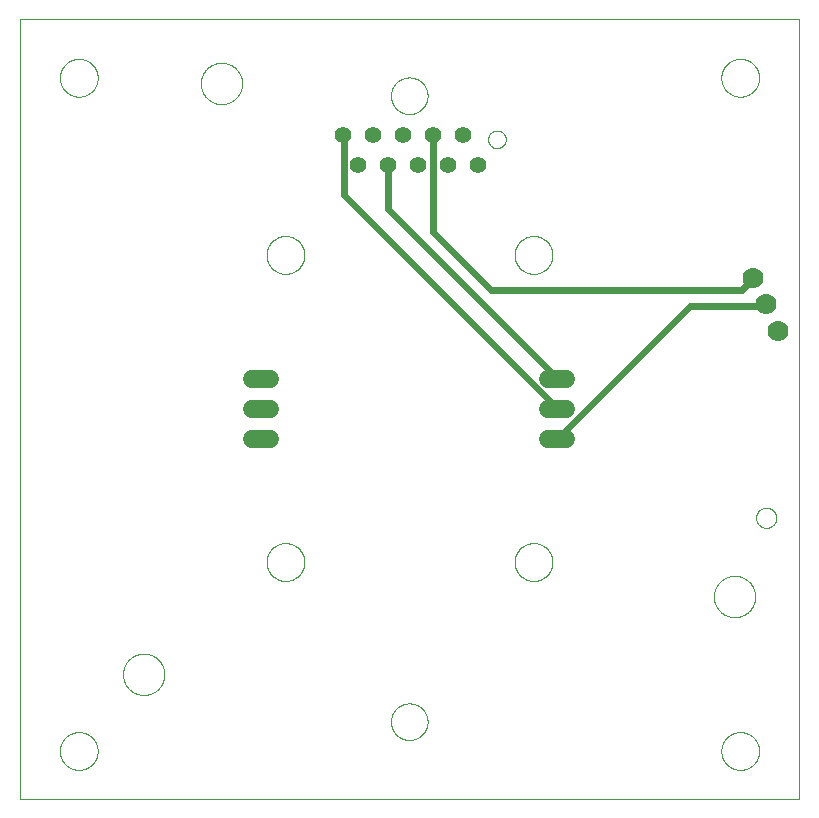
<source format=gtl>
G75*
%MOIN*%
%OFA0B0*%
%FSLAX25Y25*%
%IPPOS*%
%LPD*%
%AMOC8*
5,1,8,0,0,1.08239X$1,22.5*
%
%ADD10C,0.00000*%
%ADD11C,0.06000*%
%ADD12C,0.07000*%
%ADD13C,0.05600*%
%ADD14C,0.02400*%
D10*
X0001000Y0001000D02*
X0001000Y0260724D01*
X0260921Y0260882D01*
X0260921Y0001000D01*
X0001000Y0001000D01*
X0014465Y0016827D02*
X0014467Y0016985D01*
X0014473Y0017143D01*
X0014483Y0017301D01*
X0014497Y0017459D01*
X0014515Y0017616D01*
X0014536Y0017773D01*
X0014562Y0017929D01*
X0014592Y0018085D01*
X0014625Y0018240D01*
X0014663Y0018393D01*
X0014704Y0018546D01*
X0014749Y0018698D01*
X0014798Y0018849D01*
X0014851Y0018998D01*
X0014907Y0019146D01*
X0014967Y0019292D01*
X0015031Y0019437D01*
X0015099Y0019580D01*
X0015170Y0019722D01*
X0015244Y0019862D01*
X0015322Y0019999D01*
X0015404Y0020135D01*
X0015488Y0020269D01*
X0015577Y0020400D01*
X0015668Y0020529D01*
X0015763Y0020656D01*
X0015860Y0020781D01*
X0015961Y0020903D01*
X0016065Y0021022D01*
X0016172Y0021139D01*
X0016282Y0021253D01*
X0016395Y0021364D01*
X0016510Y0021473D01*
X0016628Y0021578D01*
X0016749Y0021680D01*
X0016872Y0021780D01*
X0016998Y0021876D01*
X0017126Y0021969D01*
X0017256Y0022059D01*
X0017389Y0022145D01*
X0017524Y0022229D01*
X0017660Y0022308D01*
X0017799Y0022385D01*
X0017940Y0022457D01*
X0018082Y0022527D01*
X0018226Y0022592D01*
X0018372Y0022654D01*
X0018519Y0022712D01*
X0018668Y0022767D01*
X0018818Y0022818D01*
X0018969Y0022865D01*
X0019121Y0022908D01*
X0019274Y0022947D01*
X0019429Y0022983D01*
X0019584Y0023014D01*
X0019740Y0023042D01*
X0019896Y0023066D01*
X0020053Y0023086D01*
X0020211Y0023102D01*
X0020368Y0023114D01*
X0020527Y0023122D01*
X0020685Y0023126D01*
X0020843Y0023126D01*
X0021001Y0023122D01*
X0021160Y0023114D01*
X0021317Y0023102D01*
X0021475Y0023086D01*
X0021632Y0023066D01*
X0021788Y0023042D01*
X0021944Y0023014D01*
X0022099Y0022983D01*
X0022254Y0022947D01*
X0022407Y0022908D01*
X0022559Y0022865D01*
X0022710Y0022818D01*
X0022860Y0022767D01*
X0023009Y0022712D01*
X0023156Y0022654D01*
X0023302Y0022592D01*
X0023446Y0022527D01*
X0023588Y0022457D01*
X0023729Y0022385D01*
X0023868Y0022308D01*
X0024004Y0022229D01*
X0024139Y0022145D01*
X0024272Y0022059D01*
X0024402Y0021969D01*
X0024530Y0021876D01*
X0024656Y0021780D01*
X0024779Y0021680D01*
X0024900Y0021578D01*
X0025018Y0021473D01*
X0025133Y0021364D01*
X0025246Y0021253D01*
X0025356Y0021139D01*
X0025463Y0021022D01*
X0025567Y0020903D01*
X0025668Y0020781D01*
X0025765Y0020656D01*
X0025860Y0020529D01*
X0025951Y0020400D01*
X0026040Y0020269D01*
X0026124Y0020135D01*
X0026206Y0019999D01*
X0026284Y0019862D01*
X0026358Y0019722D01*
X0026429Y0019580D01*
X0026497Y0019437D01*
X0026561Y0019292D01*
X0026621Y0019146D01*
X0026677Y0018998D01*
X0026730Y0018849D01*
X0026779Y0018698D01*
X0026824Y0018546D01*
X0026865Y0018393D01*
X0026903Y0018240D01*
X0026936Y0018085D01*
X0026966Y0017929D01*
X0026992Y0017773D01*
X0027013Y0017616D01*
X0027031Y0017459D01*
X0027045Y0017301D01*
X0027055Y0017143D01*
X0027061Y0016985D01*
X0027063Y0016827D01*
X0027061Y0016669D01*
X0027055Y0016511D01*
X0027045Y0016353D01*
X0027031Y0016195D01*
X0027013Y0016038D01*
X0026992Y0015881D01*
X0026966Y0015725D01*
X0026936Y0015569D01*
X0026903Y0015414D01*
X0026865Y0015261D01*
X0026824Y0015108D01*
X0026779Y0014956D01*
X0026730Y0014805D01*
X0026677Y0014656D01*
X0026621Y0014508D01*
X0026561Y0014362D01*
X0026497Y0014217D01*
X0026429Y0014074D01*
X0026358Y0013932D01*
X0026284Y0013792D01*
X0026206Y0013655D01*
X0026124Y0013519D01*
X0026040Y0013385D01*
X0025951Y0013254D01*
X0025860Y0013125D01*
X0025765Y0012998D01*
X0025668Y0012873D01*
X0025567Y0012751D01*
X0025463Y0012632D01*
X0025356Y0012515D01*
X0025246Y0012401D01*
X0025133Y0012290D01*
X0025018Y0012181D01*
X0024900Y0012076D01*
X0024779Y0011974D01*
X0024656Y0011874D01*
X0024530Y0011778D01*
X0024402Y0011685D01*
X0024272Y0011595D01*
X0024139Y0011509D01*
X0024004Y0011425D01*
X0023868Y0011346D01*
X0023729Y0011269D01*
X0023588Y0011197D01*
X0023446Y0011127D01*
X0023302Y0011062D01*
X0023156Y0011000D01*
X0023009Y0010942D01*
X0022860Y0010887D01*
X0022710Y0010836D01*
X0022559Y0010789D01*
X0022407Y0010746D01*
X0022254Y0010707D01*
X0022099Y0010671D01*
X0021944Y0010640D01*
X0021788Y0010612D01*
X0021632Y0010588D01*
X0021475Y0010568D01*
X0021317Y0010552D01*
X0021160Y0010540D01*
X0021001Y0010532D01*
X0020843Y0010528D01*
X0020685Y0010528D01*
X0020527Y0010532D01*
X0020368Y0010540D01*
X0020211Y0010552D01*
X0020053Y0010568D01*
X0019896Y0010588D01*
X0019740Y0010612D01*
X0019584Y0010640D01*
X0019429Y0010671D01*
X0019274Y0010707D01*
X0019121Y0010746D01*
X0018969Y0010789D01*
X0018818Y0010836D01*
X0018668Y0010887D01*
X0018519Y0010942D01*
X0018372Y0011000D01*
X0018226Y0011062D01*
X0018082Y0011127D01*
X0017940Y0011197D01*
X0017799Y0011269D01*
X0017660Y0011346D01*
X0017524Y0011425D01*
X0017389Y0011509D01*
X0017256Y0011595D01*
X0017126Y0011685D01*
X0016998Y0011778D01*
X0016872Y0011874D01*
X0016749Y0011974D01*
X0016628Y0012076D01*
X0016510Y0012181D01*
X0016395Y0012290D01*
X0016282Y0012401D01*
X0016172Y0012515D01*
X0016065Y0012632D01*
X0015961Y0012751D01*
X0015860Y0012873D01*
X0015763Y0012998D01*
X0015668Y0013125D01*
X0015577Y0013254D01*
X0015488Y0013385D01*
X0015404Y0013519D01*
X0015322Y0013655D01*
X0015244Y0013792D01*
X0015170Y0013932D01*
X0015099Y0014074D01*
X0015031Y0014217D01*
X0014967Y0014362D01*
X0014907Y0014508D01*
X0014851Y0014656D01*
X0014798Y0014805D01*
X0014749Y0014956D01*
X0014704Y0015108D01*
X0014663Y0015261D01*
X0014625Y0015414D01*
X0014592Y0015569D01*
X0014562Y0015725D01*
X0014536Y0015881D01*
X0014515Y0016038D01*
X0014497Y0016195D01*
X0014483Y0016353D01*
X0014473Y0016511D01*
X0014467Y0016669D01*
X0014465Y0016827D01*
X0035504Y0042395D02*
X0035506Y0042564D01*
X0035512Y0042733D01*
X0035523Y0042902D01*
X0035537Y0043070D01*
X0035556Y0043238D01*
X0035579Y0043406D01*
X0035605Y0043573D01*
X0035636Y0043739D01*
X0035671Y0043905D01*
X0035710Y0044069D01*
X0035754Y0044233D01*
X0035801Y0044395D01*
X0035852Y0044556D01*
X0035907Y0044716D01*
X0035966Y0044875D01*
X0036028Y0045032D01*
X0036095Y0045187D01*
X0036166Y0045341D01*
X0036240Y0045493D01*
X0036318Y0045643D01*
X0036399Y0045791D01*
X0036484Y0045937D01*
X0036573Y0046081D01*
X0036665Y0046223D01*
X0036761Y0046362D01*
X0036860Y0046499D01*
X0036962Y0046634D01*
X0037068Y0046766D01*
X0037177Y0046895D01*
X0037289Y0047022D01*
X0037404Y0047146D01*
X0037522Y0047267D01*
X0037643Y0047385D01*
X0037767Y0047500D01*
X0037894Y0047612D01*
X0038023Y0047721D01*
X0038155Y0047827D01*
X0038290Y0047929D01*
X0038427Y0048028D01*
X0038566Y0048124D01*
X0038708Y0048216D01*
X0038852Y0048305D01*
X0038998Y0048390D01*
X0039146Y0048471D01*
X0039296Y0048549D01*
X0039448Y0048623D01*
X0039602Y0048694D01*
X0039757Y0048761D01*
X0039914Y0048823D01*
X0040073Y0048882D01*
X0040233Y0048937D01*
X0040394Y0048988D01*
X0040556Y0049035D01*
X0040720Y0049079D01*
X0040884Y0049118D01*
X0041050Y0049153D01*
X0041216Y0049184D01*
X0041383Y0049210D01*
X0041551Y0049233D01*
X0041719Y0049252D01*
X0041887Y0049266D01*
X0042056Y0049277D01*
X0042225Y0049283D01*
X0042394Y0049285D01*
X0042563Y0049283D01*
X0042732Y0049277D01*
X0042901Y0049266D01*
X0043069Y0049252D01*
X0043237Y0049233D01*
X0043405Y0049210D01*
X0043572Y0049184D01*
X0043738Y0049153D01*
X0043904Y0049118D01*
X0044068Y0049079D01*
X0044232Y0049035D01*
X0044394Y0048988D01*
X0044555Y0048937D01*
X0044715Y0048882D01*
X0044874Y0048823D01*
X0045031Y0048761D01*
X0045186Y0048694D01*
X0045340Y0048623D01*
X0045492Y0048549D01*
X0045642Y0048471D01*
X0045790Y0048390D01*
X0045936Y0048305D01*
X0046080Y0048216D01*
X0046222Y0048124D01*
X0046361Y0048028D01*
X0046498Y0047929D01*
X0046633Y0047827D01*
X0046765Y0047721D01*
X0046894Y0047612D01*
X0047021Y0047500D01*
X0047145Y0047385D01*
X0047266Y0047267D01*
X0047384Y0047146D01*
X0047499Y0047022D01*
X0047611Y0046895D01*
X0047720Y0046766D01*
X0047826Y0046634D01*
X0047928Y0046499D01*
X0048027Y0046362D01*
X0048123Y0046223D01*
X0048215Y0046081D01*
X0048304Y0045937D01*
X0048389Y0045791D01*
X0048470Y0045643D01*
X0048548Y0045493D01*
X0048622Y0045341D01*
X0048693Y0045187D01*
X0048760Y0045032D01*
X0048822Y0044875D01*
X0048881Y0044716D01*
X0048936Y0044556D01*
X0048987Y0044395D01*
X0049034Y0044233D01*
X0049078Y0044069D01*
X0049117Y0043905D01*
X0049152Y0043739D01*
X0049183Y0043573D01*
X0049209Y0043406D01*
X0049232Y0043238D01*
X0049251Y0043070D01*
X0049265Y0042902D01*
X0049276Y0042733D01*
X0049282Y0042564D01*
X0049284Y0042395D01*
X0049282Y0042226D01*
X0049276Y0042057D01*
X0049265Y0041888D01*
X0049251Y0041720D01*
X0049232Y0041552D01*
X0049209Y0041384D01*
X0049183Y0041217D01*
X0049152Y0041051D01*
X0049117Y0040885D01*
X0049078Y0040721D01*
X0049034Y0040557D01*
X0048987Y0040395D01*
X0048936Y0040234D01*
X0048881Y0040074D01*
X0048822Y0039915D01*
X0048760Y0039758D01*
X0048693Y0039603D01*
X0048622Y0039449D01*
X0048548Y0039297D01*
X0048470Y0039147D01*
X0048389Y0038999D01*
X0048304Y0038853D01*
X0048215Y0038709D01*
X0048123Y0038567D01*
X0048027Y0038428D01*
X0047928Y0038291D01*
X0047826Y0038156D01*
X0047720Y0038024D01*
X0047611Y0037895D01*
X0047499Y0037768D01*
X0047384Y0037644D01*
X0047266Y0037523D01*
X0047145Y0037405D01*
X0047021Y0037290D01*
X0046894Y0037178D01*
X0046765Y0037069D01*
X0046633Y0036963D01*
X0046498Y0036861D01*
X0046361Y0036762D01*
X0046222Y0036666D01*
X0046080Y0036574D01*
X0045936Y0036485D01*
X0045790Y0036400D01*
X0045642Y0036319D01*
X0045492Y0036241D01*
X0045340Y0036167D01*
X0045186Y0036096D01*
X0045031Y0036029D01*
X0044874Y0035967D01*
X0044715Y0035908D01*
X0044555Y0035853D01*
X0044394Y0035802D01*
X0044232Y0035755D01*
X0044068Y0035711D01*
X0043904Y0035672D01*
X0043738Y0035637D01*
X0043572Y0035606D01*
X0043405Y0035580D01*
X0043237Y0035557D01*
X0043069Y0035538D01*
X0042901Y0035524D01*
X0042732Y0035513D01*
X0042563Y0035507D01*
X0042394Y0035505D01*
X0042225Y0035507D01*
X0042056Y0035513D01*
X0041887Y0035524D01*
X0041719Y0035538D01*
X0041551Y0035557D01*
X0041383Y0035580D01*
X0041216Y0035606D01*
X0041050Y0035637D01*
X0040884Y0035672D01*
X0040720Y0035711D01*
X0040556Y0035755D01*
X0040394Y0035802D01*
X0040233Y0035853D01*
X0040073Y0035908D01*
X0039914Y0035967D01*
X0039757Y0036029D01*
X0039602Y0036096D01*
X0039448Y0036167D01*
X0039296Y0036241D01*
X0039146Y0036319D01*
X0038998Y0036400D01*
X0038852Y0036485D01*
X0038708Y0036574D01*
X0038566Y0036666D01*
X0038427Y0036762D01*
X0038290Y0036861D01*
X0038155Y0036963D01*
X0038023Y0037069D01*
X0037894Y0037178D01*
X0037767Y0037290D01*
X0037643Y0037405D01*
X0037522Y0037523D01*
X0037404Y0037644D01*
X0037289Y0037768D01*
X0037177Y0037895D01*
X0037068Y0038024D01*
X0036962Y0038156D01*
X0036860Y0038291D01*
X0036761Y0038428D01*
X0036665Y0038567D01*
X0036573Y0038709D01*
X0036484Y0038853D01*
X0036399Y0038999D01*
X0036318Y0039147D01*
X0036240Y0039297D01*
X0036166Y0039449D01*
X0036095Y0039603D01*
X0036028Y0039758D01*
X0035966Y0039915D01*
X0035907Y0040074D01*
X0035852Y0040234D01*
X0035801Y0040395D01*
X0035754Y0040557D01*
X0035710Y0040721D01*
X0035671Y0040885D01*
X0035636Y0041051D01*
X0035605Y0041217D01*
X0035579Y0041384D01*
X0035556Y0041552D01*
X0035537Y0041720D01*
X0035523Y0041888D01*
X0035512Y0042057D01*
X0035506Y0042226D01*
X0035504Y0042395D01*
X0083362Y0079819D02*
X0083364Y0079977D01*
X0083370Y0080135D01*
X0083380Y0080293D01*
X0083394Y0080451D01*
X0083412Y0080608D01*
X0083433Y0080765D01*
X0083459Y0080921D01*
X0083489Y0081077D01*
X0083522Y0081232D01*
X0083560Y0081385D01*
X0083601Y0081538D01*
X0083646Y0081690D01*
X0083695Y0081841D01*
X0083748Y0081990D01*
X0083804Y0082138D01*
X0083864Y0082284D01*
X0083928Y0082429D01*
X0083996Y0082572D01*
X0084067Y0082714D01*
X0084141Y0082854D01*
X0084219Y0082991D01*
X0084301Y0083127D01*
X0084385Y0083261D01*
X0084474Y0083392D01*
X0084565Y0083521D01*
X0084660Y0083648D01*
X0084757Y0083773D01*
X0084858Y0083895D01*
X0084962Y0084014D01*
X0085069Y0084131D01*
X0085179Y0084245D01*
X0085292Y0084356D01*
X0085407Y0084465D01*
X0085525Y0084570D01*
X0085646Y0084672D01*
X0085769Y0084772D01*
X0085895Y0084868D01*
X0086023Y0084961D01*
X0086153Y0085051D01*
X0086286Y0085137D01*
X0086421Y0085221D01*
X0086557Y0085300D01*
X0086696Y0085377D01*
X0086837Y0085449D01*
X0086979Y0085519D01*
X0087123Y0085584D01*
X0087269Y0085646D01*
X0087416Y0085704D01*
X0087565Y0085759D01*
X0087715Y0085810D01*
X0087866Y0085857D01*
X0088018Y0085900D01*
X0088171Y0085939D01*
X0088326Y0085975D01*
X0088481Y0086006D01*
X0088637Y0086034D01*
X0088793Y0086058D01*
X0088950Y0086078D01*
X0089108Y0086094D01*
X0089265Y0086106D01*
X0089424Y0086114D01*
X0089582Y0086118D01*
X0089740Y0086118D01*
X0089898Y0086114D01*
X0090057Y0086106D01*
X0090214Y0086094D01*
X0090372Y0086078D01*
X0090529Y0086058D01*
X0090685Y0086034D01*
X0090841Y0086006D01*
X0090996Y0085975D01*
X0091151Y0085939D01*
X0091304Y0085900D01*
X0091456Y0085857D01*
X0091607Y0085810D01*
X0091757Y0085759D01*
X0091906Y0085704D01*
X0092053Y0085646D01*
X0092199Y0085584D01*
X0092343Y0085519D01*
X0092485Y0085449D01*
X0092626Y0085377D01*
X0092765Y0085300D01*
X0092901Y0085221D01*
X0093036Y0085137D01*
X0093169Y0085051D01*
X0093299Y0084961D01*
X0093427Y0084868D01*
X0093553Y0084772D01*
X0093676Y0084672D01*
X0093797Y0084570D01*
X0093915Y0084465D01*
X0094030Y0084356D01*
X0094143Y0084245D01*
X0094253Y0084131D01*
X0094360Y0084014D01*
X0094464Y0083895D01*
X0094565Y0083773D01*
X0094662Y0083648D01*
X0094757Y0083521D01*
X0094848Y0083392D01*
X0094937Y0083261D01*
X0095021Y0083127D01*
X0095103Y0082991D01*
X0095181Y0082854D01*
X0095255Y0082714D01*
X0095326Y0082572D01*
X0095394Y0082429D01*
X0095458Y0082284D01*
X0095518Y0082138D01*
X0095574Y0081990D01*
X0095627Y0081841D01*
X0095676Y0081690D01*
X0095721Y0081538D01*
X0095762Y0081385D01*
X0095800Y0081232D01*
X0095833Y0081077D01*
X0095863Y0080921D01*
X0095889Y0080765D01*
X0095910Y0080608D01*
X0095928Y0080451D01*
X0095942Y0080293D01*
X0095952Y0080135D01*
X0095958Y0079977D01*
X0095960Y0079819D01*
X0095958Y0079661D01*
X0095952Y0079503D01*
X0095942Y0079345D01*
X0095928Y0079187D01*
X0095910Y0079030D01*
X0095889Y0078873D01*
X0095863Y0078717D01*
X0095833Y0078561D01*
X0095800Y0078406D01*
X0095762Y0078253D01*
X0095721Y0078100D01*
X0095676Y0077948D01*
X0095627Y0077797D01*
X0095574Y0077648D01*
X0095518Y0077500D01*
X0095458Y0077354D01*
X0095394Y0077209D01*
X0095326Y0077066D01*
X0095255Y0076924D01*
X0095181Y0076784D01*
X0095103Y0076647D01*
X0095021Y0076511D01*
X0094937Y0076377D01*
X0094848Y0076246D01*
X0094757Y0076117D01*
X0094662Y0075990D01*
X0094565Y0075865D01*
X0094464Y0075743D01*
X0094360Y0075624D01*
X0094253Y0075507D01*
X0094143Y0075393D01*
X0094030Y0075282D01*
X0093915Y0075173D01*
X0093797Y0075068D01*
X0093676Y0074966D01*
X0093553Y0074866D01*
X0093427Y0074770D01*
X0093299Y0074677D01*
X0093169Y0074587D01*
X0093036Y0074501D01*
X0092901Y0074417D01*
X0092765Y0074338D01*
X0092626Y0074261D01*
X0092485Y0074189D01*
X0092343Y0074119D01*
X0092199Y0074054D01*
X0092053Y0073992D01*
X0091906Y0073934D01*
X0091757Y0073879D01*
X0091607Y0073828D01*
X0091456Y0073781D01*
X0091304Y0073738D01*
X0091151Y0073699D01*
X0090996Y0073663D01*
X0090841Y0073632D01*
X0090685Y0073604D01*
X0090529Y0073580D01*
X0090372Y0073560D01*
X0090214Y0073544D01*
X0090057Y0073532D01*
X0089898Y0073524D01*
X0089740Y0073520D01*
X0089582Y0073520D01*
X0089424Y0073524D01*
X0089265Y0073532D01*
X0089108Y0073544D01*
X0088950Y0073560D01*
X0088793Y0073580D01*
X0088637Y0073604D01*
X0088481Y0073632D01*
X0088326Y0073663D01*
X0088171Y0073699D01*
X0088018Y0073738D01*
X0087866Y0073781D01*
X0087715Y0073828D01*
X0087565Y0073879D01*
X0087416Y0073934D01*
X0087269Y0073992D01*
X0087123Y0074054D01*
X0086979Y0074119D01*
X0086837Y0074189D01*
X0086696Y0074261D01*
X0086557Y0074338D01*
X0086421Y0074417D01*
X0086286Y0074501D01*
X0086153Y0074587D01*
X0086023Y0074677D01*
X0085895Y0074770D01*
X0085769Y0074866D01*
X0085646Y0074966D01*
X0085525Y0075068D01*
X0085407Y0075173D01*
X0085292Y0075282D01*
X0085179Y0075393D01*
X0085069Y0075507D01*
X0084962Y0075624D01*
X0084858Y0075743D01*
X0084757Y0075865D01*
X0084660Y0075990D01*
X0084565Y0076117D01*
X0084474Y0076246D01*
X0084385Y0076377D01*
X0084301Y0076511D01*
X0084219Y0076647D01*
X0084141Y0076784D01*
X0084067Y0076924D01*
X0083996Y0077066D01*
X0083928Y0077209D01*
X0083864Y0077354D01*
X0083804Y0077500D01*
X0083748Y0077648D01*
X0083695Y0077797D01*
X0083646Y0077948D01*
X0083601Y0078100D01*
X0083560Y0078253D01*
X0083522Y0078406D01*
X0083489Y0078561D01*
X0083459Y0078717D01*
X0083433Y0078873D01*
X0083412Y0079030D01*
X0083394Y0079187D01*
X0083380Y0079345D01*
X0083370Y0079503D01*
X0083364Y0079661D01*
X0083362Y0079819D01*
X0124820Y0026591D02*
X0124822Y0026747D01*
X0124828Y0026903D01*
X0124838Y0027058D01*
X0124852Y0027213D01*
X0124870Y0027368D01*
X0124892Y0027522D01*
X0124917Y0027676D01*
X0124947Y0027829D01*
X0124981Y0027981D01*
X0125018Y0028133D01*
X0125059Y0028283D01*
X0125104Y0028432D01*
X0125153Y0028580D01*
X0125206Y0028727D01*
X0125262Y0028872D01*
X0125322Y0029016D01*
X0125386Y0029158D01*
X0125454Y0029299D01*
X0125525Y0029437D01*
X0125599Y0029574D01*
X0125677Y0029709D01*
X0125758Y0029842D01*
X0125843Y0029973D01*
X0125931Y0030102D01*
X0126022Y0030228D01*
X0126117Y0030352D01*
X0126214Y0030473D01*
X0126315Y0030592D01*
X0126419Y0030709D01*
X0126525Y0030822D01*
X0126635Y0030933D01*
X0126747Y0031041D01*
X0126862Y0031146D01*
X0126980Y0031249D01*
X0127100Y0031348D01*
X0127223Y0031444D01*
X0127348Y0031537D01*
X0127475Y0031626D01*
X0127605Y0031713D01*
X0127737Y0031796D01*
X0127871Y0031875D01*
X0128007Y0031952D01*
X0128145Y0032024D01*
X0128284Y0032094D01*
X0128426Y0032159D01*
X0128569Y0032221D01*
X0128713Y0032279D01*
X0128859Y0032334D01*
X0129007Y0032385D01*
X0129155Y0032432D01*
X0129305Y0032475D01*
X0129456Y0032514D01*
X0129608Y0032550D01*
X0129760Y0032581D01*
X0129914Y0032609D01*
X0130068Y0032633D01*
X0130222Y0032653D01*
X0130377Y0032669D01*
X0130533Y0032681D01*
X0130688Y0032689D01*
X0130844Y0032693D01*
X0131000Y0032693D01*
X0131156Y0032689D01*
X0131311Y0032681D01*
X0131467Y0032669D01*
X0131622Y0032653D01*
X0131776Y0032633D01*
X0131930Y0032609D01*
X0132084Y0032581D01*
X0132236Y0032550D01*
X0132388Y0032514D01*
X0132539Y0032475D01*
X0132689Y0032432D01*
X0132837Y0032385D01*
X0132985Y0032334D01*
X0133131Y0032279D01*
X0133275Y0032221D01*
X0133418Y0032159D01*
X0133560Y0032094D01*
X0133699Y0032024D01*
X0133837Y0031952D01*
X0133973Y0031875D01*
X0134107Y0031796D01*
X0134239Y0031713D01*
X0134369Y0031626D01*
X0134496Y0031537D01*
X0134621Y0031444D01*
X0134744Y0031348D01*
X0134864Y0031249D01*
X0134982Y0031146D01*
X0135097Y0031041D01*
X0135209Y0030933D01*
X0135319Y0030822D01*
X0135425Y0030709D01*
X0135529Y0030592D01*
X0135630Y0030473D01*
X0135727Y0030352D01*
X0135822Y0030228D01*
X0135913Y0030102D01*
X0136001Y0029973D01*
X0136086Y0029842D01*
X0136167Y0029709D01*
X0136245Y0029574D01*
X0136319Y0029437D01*
X0136390Y0029299D01*
X0136458Y0029158D01*
X0136522Y0029016D01*
X0136582Y0028872D01*
X0136638Y0028727D01*
X0136691Y0028580D01*
X0136740Y0028432D01*
X0136785Y0028283D01*
X0136826Y0028133D01*
X0136863Y0027981D01*
X0136897Y0027829D01*
X0136927Y0027676D01*
X0136952Y0027522D01*
X0136974Y0027368D01*
X0136992Y0027213D01*
X0137006Y0027058D01*
X0137016Y0026903D01*
X0137022Y0026747D01*
X0137024Y0026591D01*
X0137022Y0026435D01*
X0137016Y0026279D01*
X0137006Y0026124D01*
X0136992Y0025969D01*
X0136974Y0025814D01*
X0136952Y0025660D01*
X0136927Y0025506D01*
X0136897Y0025353D01*
X0136863Y0025201D01*
X0136826Y0025049D01*
X0136785Y0024899D01*
X0136740Y0024750D01*
X0136691Y0024602D01*
X0136638Y0024455D01*
X0136582Y0024310D01*
X0136522Y0024166D01*
X0136458Y0024024D01*
X0136390Y0023883D01*
X0136319Y0023745D01*
X0136245Y0023608D01*
X0136167Y0023473D01*
X0136086Y0023340D01*
X0136001Y0023209D01*
X0135913Y0023080D01*
X0135822Y0022954D01*
X0135727Y0022830D01*
X0135630Y0022709D01*
X0135529Y0022590D01*
X0135425Y0022473D01*
X0135319Y0022360D01*
X0135209Y0022249D01*
X0135097Y0022141D01*
X0134982Y0022036D01*
X0134864Y0021933D01*
X0134744Y0021834D01*
X0134621Y0021738D01*
X0134496Y0021645D01*
X0134369Y0021556D01*
X0134239Y0021469D01*
X0134107Y0021386D01*
X0133973Y0021307D01*
X0133837Y0021230D01*
X0133699Y0021158D01*
X0133560Y0021088D01*
X0133418Y0021023D01*
X0133275Y0020961D01*
X0133131Y0020903D01*
X0132985Y0020848D01*
X0132837Y0020797D01*
X0132689Y0020750D01*
X0132539Y0020707D01*
X0132388Y0020668D01*
X0132236Y0020632D01*
X0132084Y0020601D01*
X0131930Y0020573D01*
X0131776Y0020549D01*
X0131622Y0020529D01*
X0131467Y0020513D01*
X0131311Y0020501D01*
X0131156Y0020493D01*
X0131000Y0020489D01*
X0130844Y0020489D01*
X0130688Y0020493D01*
X0130533Y0020501D01*
X0130377Y0020513D01*
X0130222Y0020529D01*
X0130068Y0020549D01*
X0129914Y0020573D01*
X0129760Y0020601D01*
X0129608Y0020632D01*
X0129456Y0020668D01*
X0129305Y0020707D01*
X0129155Y0020750D01*
X0129007Y0020797D01*
X0128859Y0020848D01*
X0128713Y0020903D01*
X0128569Y0020961D01*
X0128426Y0021023D01*
X0128284Y0021088D01*
X0128145Y0021158D01*
X0128007Y0021230D01*
X0127871Y0021307D01*
X0127737Y0021386D01*
X0127605Y0021469D01*
X0127475Y0021556D01*
X0127348Y0021645D01*
X0127223Y0021738D01*
X0127100Y0021834D01*
X0126980Y0021933D01*
X0126862Y0022036D01*
X0126747Y0022141D01*
X0126635Y0022249D01*
X0126525Y0022360D01*
X0126419Y0022473D01*
X0126315Y0022590D01*
X0126214Y0022709D01*
X0126117Y0022830D01*
X0126022Y0022954D01*
X0125931Y0023080D01*
X0125843Y0023209D01*
X0125758Y0023340D01*
X0125677Y0023473D01*
X0125599Y0023608D01*
X0125525Y0023745D01*
X0125454Y0023883D01*
X0125386Y0024024D01*
X0125322Y0024166D01*
X0125262Y0024310D01*
X0125206Y0024455D01*
X0125153Y0024602D01*
X0125104Y0024750D01*
X0125059Y0024899D01*
X0125018Y0025049D01*
X0124981Y0025201D01*
X0124947Y0025353D01*
X0124917Y0025506D01*
X0124892Y0025660D01*
X0124870Y0025814D01*
X0124852Y0025969D01*
X0124838Y0026124D01*
X0124828Y0026279D01*
X0124822Y0026435D01*
X0124820Y0026591D01*
X0166040Y0079819D02*
X0166042Y0079977D01*
X0166048Y0080135D01*
X0166058Y0080293D01*
X0166072Y0080451D01*
X0166090Y0080608D01*
X0166111Y0080765D01*
X0166137Y0080921D01*
X0166167Y0081077D01*
X0166200Y0081232D01*
X0166238Y0081385D01*
X0166279Y0081538D01*
X0166324Y0081690D01*
X0166373Y0081841D01*
X0166426Y0081990D01*
X0166482Y0082138D01*
X0166542Y0082284D01*
X0166606Y0082429D01*
X0166674Y0082572D01*
X0166745Y0082714D01*
X0166819Y0082854D01*
X0166897Y0082991D01*
X0166979Y0083127D01*
X0167063Y0083261D01*
X0167152Y0083392D01*
X0167243Y0083521D01*
X0167338Y0083648D01*
X0167435Y0083773D01*
X0167536Y0083895D01*
X0167640Y0084014D01*
X0167747Y0084131D01*
X0167857Y0084245D01*
X0167970Y0084356D01*
X0168085Y0084465D01*
X0168203Y0084570D01*
X0168324Y0084672D01*
X0168447Y0084772D01*
X0168573Y0084868D01*
X0168701Y0084961D01*
X0168831Y0085051D01*
X0168964Y0085137D01*
X0169099Y0085221D01*
X0169235Y0085300D01*
X0169374Y0085377D01*
X0169515Y0085449D01*
X0169657Y0085519D01*
X0169801Y0085584D01*
X0169947Y0085646D01*
X0170094Y0085704D01*
X0170243Y0085759D01*
X0170393Y0085810D01*
X0170544Y0085857D01*
X0170696Y0085900D01*
X0170849Y0085939D01*
X0171004Y0085975D01*
X0171159Y0086006D01*
X0171315Y0086034D01*
X0171471Y0086058D01*
X0171628Y0086078D01*
X0171786Y0086094D01*
X0171943Y0086106D01*
X0172102Y0086114D01*
X0172260Y0086118D01*
X0172418Y0086118D01*
X0172576Y0086114D01*
X0172735Y0086106D01*
X0172892Y0086094D01*
X0173050Y0086078D01*
X0173207Y0086058D01*
X0173363Y0086034D01*
X0173519Y0086006D01*
X0173674Y0085975D01*
X0173829Y0085939D01*
X0173982Y0085900D01*
X0174134Y0085857D01*
X0174285Y0085810D01*
X0174435Y0085759D01*
X0174584Y0085704D01*
X0174731Y0085646D01*
X0174877Y0085584D01*
X0175021Y0085519D01*
X0175163Y0085449D01*
X0175304Y0085377D01*
X0175443Y0085300D01*
X0175579Y0085221D01*
X0175714Y0085137D01*
X0175847Y0085051D01*
X0175977Y0084961D01*
X0176105Y0084868D01*
X0176231Y0084772D01*
X0176354Y0084672D01*
X0176475Y0084570D01*
X0176593Y0084465D01*
X0176708Y0084356D01*
X0176821Y0084245D01*
X0176931Y0084131D01*
X0177038Y0084014D01*
X0177142Y0083895D01*
X0177243Y0083773D01*
X0177340Y0083648D01*
X0177435Y0083521D01*
X0177526Y0083392D01*
X0177615Y0083261D01*
X0177699Y0083127D01*
X0177781Y0082991D01*
X0177859Y0082854D01*
X0177933Y0082714D01*
X0178004Y0082572D01*
X0178072Y0082429D01*
X0178136Y0082284D01*
X0178196Y0082138D01*
X0178252Y0081990D01*
X0178305Y0081841D01*
X0178354Y0081690D01*
X0178399Y0081538D01*
X0178440Y0081385D01*
X0178478Y0081232D01*
X0178511Y0081077D01*
X0178541Y0080921D01*
X0178567Y0080765D01*
X0178588Y0080608D01*
X0178606Y0080451D01*
X0178620Y0080293D01*
X0178630Y0080135D01*
X0178636Y0079977D01*
X0178638Y0079819D01*
X0178636Y0079661D01*
X0178630Y0079503D01*
X0178620Y0079345D01*
X0178606Y0079187D01*
X0178588Y0079030D01*
X0178567Y0078873D01*
X0178541Y0078717D01*
X0178511Y0078561D01*
X0178478Y0078406D01*
X0178440Y0078253D01*
X0178399Y0078100D01*
X0178354Y0077948D01*
X0178305Y0077797D01*
X0178252Y0077648D01*
X0178196Y0077500D01*
X0178136Y0077354D01*
X0178072Y0077209D01*
X0178004Y0077066D01*
X0177933Y0076924D01*
X0177859Y0076784D01*
X0177781Y0076647D01*
X0177699Y0076511D01*
X0177615Y0076377D01*
X0177526Y0076246D01*
X0177435Y0076117D01*
X0177340Y0075990D01*
X0177243Y0075865D01*
X0177142Y0075743D01*
X0177038Y0075624D01*
X0176931Y0075507D01*
X0176821Y0075393D01*
X0176708Y0075282D01*
X0176593Y0075173D01*
X0176475Y0075068D01*
X0176354Y0074966D01*
X0176231Y0074866D01*
X0176105Y0074770D01*
X0175977Y0074677D01*
X0175847Y0074587D01*
X0175714Y0074501D01*
X0175579Y0074417D01*
X0175443Y0074338D01*
X0175304Y0074261D01*
X0175163Y0074189D01*
X0175021Y0074119D01*
X0174877Y0074054D01*
X0174731Y0073992D01*
X0174584Y0073934D01*
X0174435Y0073879D01*
X0174285Y0073828D01*
X0174134Y0073781D01*
X0173982Y0073738D01*
X0173829Y0073699D01*
X0173674Y0073663D01*
X0173519Y0073632D01*
X0173363Y0073604D01*
X0173207Y0073580D01*
X0173050Y0073560D01*
X0172892Y0073544D01*
X0172735Y0073532D01*
X0172576Y0073524D01*
X0172418Y0073520D01*
X0172260Y0073520D01*
X0172102Y0073524D01*
X0171943Y0073532D01*
X0171786Y0073544D01*
X0171628Y0073560D01*
X0171471Y0073580D01*
X0171315Y0073604D01*
X0171159Y0073632D01*
X0171004Y0073663D01*
X0170849Y0073699D01*
X0170696Y0073738D01*
X0170544Y0073781D01*
X0170393Y0073828D01*
X0170243Y0073879D01*
X0170094Y0073934D01*
X0169947Y0073992D01*
X0169801Y0074054D01*
X0169657Y0074119D01*
X0169515Y0074189D01*
X0169374Y0074261D01*
X0169235Y0074338D01*
X0169099Y0074417D01*
X0168964Y0074501D01*
X0168831Y0074587D01*
X0168701Y0074677D01*
X0168573Y0074770D01*
X0168447Y0074866D01*
X0168324Y0074966D01*
X0168203Y0075068D01*
X0168085Y0075173D01*
X0167970Y0075282D01*
X0167857Y0075393D01*
X0167747Y0075507D01*
X0167640Y0075624D01*
X0167536Y0075743D01*
X0167435Y0075865D01*
X0167338Y0075990D01*
X0167243Y0076117D01*
X0167152Y0076246D01*
X0167063Y0076377D01*
X0166979Y0076511D01*
X0166897Y0076647D01*
X0166819Y0076784D01*
X0166745Y0076924D01*
X0166674Y0077066D01*
X0166606Y0077209D01*
X0166542Y0077354D01*
X0166482Y0077500D01*
X0166426Y0077648D01*
X0166373Y0077797D01*
X0166324Y0077948D01*
X0166279Y0078100D01*
X0166238Y0078253D01*
X0166200Y0078406D01*
X0166167Y0078561D01*
X0166137Y0078717D01*
X0166111Y0078873D01*
X0166090Y0079030D01*
X0166072Y0079187D01*
X0166058Y0079345D01*
X0166048Y0079503D01*
X0166042Y0079661D01*
X0166040Y0079819D01*
X0232457Y0068324D02*
X0232459Y0068493D01*
X0232465Y0068662D01*
X0232476Y0068831D01*
X0232490Y0068999D01*
X0232509Y0069167D01*
X0232532Y0069335D01*
X0232558Y0069502D01*
X0232589Y0069668D01*
X0232624Y0069834D01*
X0232663Y0069998D01*
X0232707Y0070162D01*
X0232754Y0070324D01*
X0232805Y0070485D01*
X0232860Y0070645D01*
X0232919Y0070804D01*
X0232981Y0070961D01*
X0233048Y0071116D01*
X0233119Y0071270D01*
X0233193Y0071422D01*
X0233271Y0071572D01*
X0233352Y0071720D01*
X0233437Y0071866D01*
X0233526Y0072010D01*
X0233618Y0072152D01*
X0233714Y0072291D01*
X0233813Y0072428D01*
X0233915Y0072563D01*
X0234021Y0072695D01*
X0234130Y0072824D01*
X0234242Y0072951D01*
X0234357Y0073075D01*
X0234475Y0073196D01*
X0234596Y0073314D01*
X0234720Y0073429D01*
X0234847Y0073541D01*
X0234976Y0073650D01*
X0235108Y0073756D01*
X0235243Y0073858D01*
X0235380Y0073957D01*
X0235519Y0074053D01*
X0235661Y0074145D01*
X0235805Y0074234D01*
X0235951Y0074319D01*
X0236099Y0074400D01*
X0236249Y0074478D01*
X0236401Y0074552D01*
X0236555Y0074623D01*
X0236710Y0074690D01*
X0236867Y0074752D01*
X0237026Y0074811D01*
X0237186Y0074866D01*
X0237347Y0074917D01*
X0237509Y0074964D01*
X0237673Y0075008D01*
X0237837Y0075047D01*
X0238003Y0075082D01*
X0238169Y0075113D01*
X0238336Y0075139D01*
X0238504Y0075162D01*
X0238672Y0075181D01*
X0238840Y0075195D01*
X0239009Y0075206D01*
X0239178Y0075212D01*
X0239347Y0075214D01*
X0239516Y0075212D01*
X0239685Y0075206D01*
X0239854Y0075195D01*
X0240022Y0075181D01*
X0240190Y0075162D01*
X0240358Y0075139D01*
X0240525Y0075113D01*
X0240691Y0075082D01*
X0240857Y0075047D01*
X0241021Y0075008D01*
X0241185Y0074964D01*
X0241347Y0074917D01*
X0241508Y0074866D01*
X0241668Y0074811D01*
X0241827Y0074752D01*
X0241984Y0074690D01*
X0242139Y0074623D01*
X0242293Y0074552D01*
X0242445Y0074478D01*
X0242595Y0074400D01*
X0242743Y0074319D01*
X0242889Y0074234D01*
X0243033Y0074145D01*
X0243175Y0074053D01*
X0243314Y0073957D01*
X0243451Y0073858D01*
X0243586Y0073756D01*
X0243718Y0073650D01*
X0243847Y0073541D01*
X0243974Y0073429D01*
X0244098Y0073314D01*
X0244219Y0073196D01*
X0244337Y0073075D01*
X0244452Y0072951D01*
X0244564Y0072824D01*
X0244673Y0072695D01*
X0244779Y0072563D01*
X0244881Y0072428D01*
X0244980Y0072291D01*
X0245076Y0072152D01*
X0245168Y0072010D01*
X0245257Y0071866D01*
X0245342Y0071720D01*
X0245423Y0071572D01*
X0245501Y0071422D01*
X0245575Y0071270D01*
X0245646Y0071116D01*
X0245713Y0070961D01*
X0245775Y0070804D01*
X0245834Y0070645D01*
X0245889Y0070485D01*
X0245940Y0070324D01*
X0245987Y0070162D01*
X0246031Y0069998D01*
X0246070Y0069834D01*
X0246105Y0069668D01*
X0246136Y0069502D01*
X0246162Y0069335D01*
X0246185Y0069167D01*
X0246204Y0068999D01*
X0246218Y0068831D01*
X0246229Y0068662D01*
X0246235Y0068493D01*
X0246237Y0068324D01*
X0246235Y0068155D01*
X0246229Y0067986D01*
X0246218Y0067817D01*
X0246204Y0067649D01*
X0246185Y0067481D01*
X0246162Y0067313D01*
X0246136Y0067146D01*
X0246105Y0066980D01*
X0246070Y0066814D01*
X0246031Y0066650D01*
X0245987Y0066486D01*
X0245940Y0066324D01*
X0245889Y0066163D01*
X0245834Y0066003D01*
X0245775Y0065844D01*
X0245713Y0065687D01*
X0245646Y0065532D01*
X0245575Y0065378D01*
X0245501Y0065226D01*
X0245423Y0065076D01*
X0245342Y0064928D01*
X0245257Y0064782D01*
X0245168Y0064638D01*
X0245076Y0064496D01*
X0244980Y0064357D01*
X0244881Y0064220D01*
X0244779Y0064085D01*
X0244673Y0063953D01*
X0244564Y0063824D01*
X0244452Y0063697D01*
X0244337Y0063573D01*
X0244219Y0063452D01*
X0244098Y0063334D01*
X0243974Y0063219D01*
X0243847Y0063107D01*
X0243718Y0062998D01*
X0243586Y0062892D01*
X0243451Y0062790D01*
X0243314Y0062691D01*
X0243175Y0062595D01*
X0243033Y0062503D01*
X0242889Y0062414D01*
X0242743Y0062329D01*
X0242595Y0062248D01*
X0242445Y0062170D01*
X0242293Y0062096D01*
X0242139Y0062025D01*
X0241984Y0061958D01*
X0241827Y0061896D01*
X0241668Y0061837D01*
X0241508Y0061782D01*
X0241347Y0061731D01*
X0241185Y0061684D01*
X0241021Y0061640D01*
X0240857Y0061601D01*
X0240691Y0061566D01*
X0240525Y0061535D01*
X0240358Y0061509D01*
X0240190Y0061486D01*
X0240022Y0061467D01*
X0239854Y0061453D01*
X0239685Y0061442D01*
X0239516Y0061436D01*
X0239347Y0061434D01*
X0239178Y0061436D01*
X0239009Y0061442D01*
X0238840Y0061453D01*
X0238672Y0061467D01*
X0238504Y0061486D01*
X0238336Y0061509D01*
X0238169Y0061535D01*
X0238003Y0061566D01*
X0237837Y0061601D01*
X0237673Y0061640D01*
X0237509Y0061684D01*
X0237347Y0061731D01*
X0237186Y0061782D01*
X0237026Y0061837D01*
X0236867Y0061896D01*
X0236710Y0061958D01*
X0236555Y0062025D01*
X0236401Y0062096D01*
X0236249Y0062170D01*
X0236099Y0062248D01*
X0235951Y0062329D01*
X0235805Y0062414D01*
X0235661Y0062503D01*
X0235519Y0062595D01*
X0235380Y0062691D01*
X0235243Y0062790D01*
X0235108Y0062892D01*
X0234976Y0062998D01*
X0234847Y0063107D01*
X0234720Y0063219D01*
X0234596Y0063334D01*
X0234475Y0063452D01*
X0234357Y0063573D01*
X0234242Y0063697D01*
X0234130Y0063824D01*
X0234021Y0063953D01*
X0233915Y0064085D01*
X0233813Y0064220D01*
X0233714Y0064357D01*
X0233618Y0064496D01*
X0233526Y0064638D01*
X0233437Y0064782D01*
X0233352Y0064928D01*
X0233271Y0065076D01*
X0233193Y0065226D01*
X0233119Y0065378D01*
X0233048Y0065532D01*
X0232981Y0065687D01*
X0232919Y0065844D01*
X0232860Y0066003D01*
X0232805Y0066163D01*
X0232754Y0066324D01*
X0232707Y0066486D01*
X0232663Y0066650D01*
X0232624Y0066814D01*
X0232589Y0066980D01*
X0232558Y0067146D01*
X0232532Y0067313D01*
X0232509Y0067481D01*
X0232490Y0067649D01*
X0232476Y0067817D01*
X0232465Y0067986D01*
X0232459Y0068155D01*
X0232457Y0068324D01*
X0246548Y0094548D02*
X0246550Y0094663D01*
X0246556Y0094779D01*
X0246566Y0094894D01*
X0246580Y0095009D01*
X0246598Y0095123D01*
X0246620Y0095236D01*
X0246645Y0095349D01*
X0246675Y0095460D01*
X0246708Y0095571D01*
X0246745Y0095680D01*
X0246786Y0095788D01*
X0246831Y0095895D01*
X0246879Y0096000D01*
X0246931Y0096103D01*
X0246987Y0096204D01*
X0247046Y0096304D01*
X0247108Y0096401D01*
X0247174Y0096496D01*
X0247242Y0096589D01*
X0247314Y0096679D01*
X0247389Y0096767D01*
X0247468Y0096852D01*
X0247549Y0096934D01*
X0247632Y0097014D01*
X0247719Y0097090D01*
X0247808Y0097164D01*
X0247899Y0097234D01*
X0247993Y0097302D01*
X0248089Y0097366D01*
X0248188Y0097426D01*
X0248288Y0097483D01*
X0248390Y0097537D01*
X0248494Y0097587D01*
X0248600Y0097634D01*
X0248707Y0097677D01*
X0248816Y0097716D01*
X0248926Y0097751D01*
X0249037Y0097782D01*
X0249149Y0097810D01*
X0249262Y0097834D01*
X0249376Y0097854D01*
X0249491Y0097870D01*
X0249606Y0097882D01*
X0249721Y0097890D01*
X0249836Y0097894D01*
X0249952Y0097894D01*
X0250067Y0097890D01*
X0250182Y0097882D01*
X0250297Y0097870D01*
X0250412Y0097854D01*
X0250526Y0097834D01*
X0250639Y0097810D01*
X0250751Y0097782D01*
X0250862Y0097751D01*
X0250972Y0097716D01*
X0251081Y0097677D01*
X0251188Y0097634D01*
X0251294Y0097587D01*
X0251398Y0097537D01*
X0251500Y0097483D01*
X0251600Y0097426D01*
X0251699Y0097366D01*
X0251795Y0097302D01*
X0251889Y0097234D01*
X0251980Y0097164D01*
X0252069Y0097090D01*
X0252156Y0097014D01*
X0252239Y0096934D01*
X0252320Y0096852D01*
X0252399Y0096767D01*
X0252474Y0096679D01*
X0252546Y0096589D01*
X0252614Y0096496D01*
X0252680Y0096401D01*
X0252742Y0096304D01*
X0252801Y0096204D01*
X0252857Y0096103D01*
X0252909Y0096000D01*
X0252957Y0095895D01*
X0253002Y0095788D01*
X0253043Y0095680D01*
X0253080Y0095571D01*
X0253113Y0095460D01*
X0253143Y0095349D01*
X0253168Y0095236D01*
X0253190Y0095123D01*
X0253208Y0095009D01*
X0253222Y0094894D01*
X0253232Y0094779D01*
X0253238Y0094663D01*
X0253240Y0094548D01*
X0253238Y0094433D01*
X0253232Y0094317D01*
X0253222Y0094202D01*
X0253208Y0094087D01*
X0253190Y0093973D01*
X0253168Y0093860D01*
X0253143Y0093747D01*
X0253113Y0093636D01*
X0253080Y0093525D01*
X0253043Y0093416D01*
X0253002Y0093308D01*
X0252957Y0093201D01*
X0252909Y0093096D01*
X0252857Y0092993D01*
X0252801Y0092892D01*
X0252742Y0092792D01*
X0252680Y0092695D01*
X0252614Y0092600D01*
X0252546Y0092507D01*
X0252474Y0092417D01*
X0252399Y0092329D01*
X0252320Y0092244D01*
X0252239Y0092162D01*
X0252156Y0092082D01*
X0252069Y0092006D01*
X0251980Y0091932D01*
X0251889Y0091862D01*
X0251795Y0091794D01*
X0251699Y0091730D01*
X0251600Y0091670D01*
X0251500Y0091613D01*
X0251398Y0091559D01*
X0251294Y0091509D01*
X0251188Y0091462D01*
X0251081Y0091419D01*
X0250972Y0091380D01*
X0250862Y0091345D01*
X0250751Y0091314D01*
X0250639Y0091286D01*
X0250526Y0091262D01*
X0250412Y0091242D01*
X0250297Y0091226D01*
X0250182Y0091214D01*
X0250067Y0091206D01*
X0249952Y0091202D01*
X0249836Y0091202D01*
X0249721Y0091206D01*
X0249606Y0091214D01*
X0249491Y0091226D01*
X0249376Y0091242D01*
X0249262Y0091262D01*
X0249149Y0091286D01*
X0249037Y0091314D01*
X0248926Y0091345D01*
X0248816Y0091380D01*
X0248707Y0091419D01*
X0248600Y0091462D01*
X0248494Y0091509D01*
X0248390Y0091559D01*
X0248288Y0091613D01*
X0248188Y0091670D01*
X0248089Y0091730D01*
X0247993Y0091794D01*
X0247899Y0091862D01*
X0247808Y0091932D01*
X0247719Y0092006D01*
X0247632Y0092082D01*
X0247549Y0092162D01*
X0247468Y0092244D01*
X0247389Y0092329D01*
X0247314Y0092417D01*
X0247242Y0092507D01*
X0247174Y0092600D01*
X0247108Y0092695D01*
X0247046Y0092792D01*
X0246987Y0092892D01*
X0246931Y0092993D01*
X0246879Y0093096D01*
X0246831Y0093201D01*
X0246786Y0093308D01*
X0246745Y0093416D01*
X0246708Y0093525D01*
X0246675Y0093636D01*
X0246645Y0093747D01*
X0246620Y0093860D01*
X0246598Y0093973D01*
X0246580Y0094087D01*
X0246566Y0094202D01*
X0246556Y0094317D01*
X0246550Y0094433D01*
X0246548Y0094548D01*
X0234937Y0016827D02*
X0234939Y0016985D01*
X0234945Y0017143D01*
X0234955Y0017301D01*
X0234969Y0017459D01*
X0234987Y0017616D01*
X0235008Y0017773D01*
X0235034Y0017929D01*
X0235064Y0018085D01*
X0235097Y0018240D01*
X0235135Y0018393D01*
X0235176Y0018546D01*
X0235221Y0018698D01*
X0235270Y0018849D01*
X0235323Y0018998D01*
X0235379Y0019146D01*
X0235439Y0019292D01*
X0235503Y0019437D01*
X0235571Y0019580D01*
X0235642Y0019722D01*
X0235716Y0019862D01*
X0235794Y0019999D01*
X0235876Y0020135D01*
X0235960Y0020269D01*
X0236049Y0020400D01*
X0236140Y0020529D01*
X0236235Y0020656D01*
X0236332Y0020781D01*
X0236433Y0020903D01*
X0236537Y0021022D01*
X0236644Y0021139D01*
X0236754Y0021253D01*
X0236867Y0021364D01*
X0236982Y0021473D01*
X0237100Y0021578D01*
X0237221Y0021680D01*
X0237344Y0021780D01*
X0237470Y0021876D01*
X0237598Y0021969D01*
X0237728Y0022059D01*
X0237861Y0022145D01*
X0237996Y0022229D01*
X0238132Y0022308D01*
X0238271Y0022385D01*
X0238412Y0022457D01*
X0238554Y0022527D01*
X0238698Y0022592D01*
X0238844Y0022654D01*
X0238991Y0022712D01*
X0239140Y0022767D01*
X0239290Y0022818D01*
X0239441Y0022865D01*
X0239593Y0022908D01*
X0239746Y0022947D01*
X0239901Y0022983D01*
X0240056Y0023014D01*
X0240212Y0023042D01*
X0240368Y0023066D01*
X0240525Y0023086D01*
X0240683Y0023102D01*
X0240840Y0023114D01*
X0240999Y0023122D01*
X0241157Y0023126D01*
X0241315Y0023126D01*
X0241473Y0023122D01*
X0241632Y0023114D01*
X0241789Y0023102D01*
X0241947Y0023086D01*
X0242104Y0023066D01*
X0242260Y0023042D01*
X0242416Y0023014D01*
X0242571Y0022983D01*
X0242726Y0022947D01*
X0242879Y0022908D01*
X0243031Y0022865D01*
X0243182Y0022818D01*
X0243332Y0022767D01*
X0243481Y0022712D01*
X0243628Y0022654D01*
X0243774Y0022592D01*
X0243918Y0022527D01*
X0244060Y0022457D01*
X0244201Y0022385D01*
X0244340Y0022308D01*
X0244476Y0022229D01*
X0244611Y0022145D01*
X0244744Y0022059D01*
X0244874Y0021969D01*
X0245002Y0021876D01*
X0245128Y0021780D01*
X0245251Y0021680D01*
X0245372Y0021578D01*
X0245490Y0021473D01*
X0245605Y0021364D01*
X0245718Y0021253D01*
X0245828Y0021139D01*
X0245935Y0021022D01*
X0246039Y0020903D01*
X0246140Y0020781D01*
X0246237Y0020656D01*
X0246332Y0020529D01*
X0246423Y0020400D01*
X0246512Y0020269D01*
X0246596Y0020135D01*
X0246678Y0019999D01*
X0246756Y0019862D01*
X0246830Y0019722D01*
X0246901Y0019580D01*
X0246969Y0019437D01*
X0247033Y0019292D01*
X0247093Y0019146D01*
X0247149Y0018998D01*
X0247202Y0018849D01*
X0247251Y0018698D01*
X0247296Y0018546D01*
X0247337Y0018393D01*
X0247375Y0018240D01*
X0247408Y0018085D01*
X0247438Y0017929D01*
X0247464Y0017773D01*
X0247485Y0017616D01*
X0247503Y0017459D01*
X0247517Y0017301D01*
X0247527Y0017143D01*
X0247533Y0016985D01*
X0247535Y0016827D01*
X0247533Y0016669D01*
X0247527Y0016511D01*
X0247517Y0016353D01*
X0247503Y0016195D01*
X0247485Y0016038D01*
X0247464Y0015881D01*
X0247438Y0015725D01*
X0247408Y0015569D01*
X0247375Y0015414D01*
X0247337Y0015261D01*
X0247296Y0015108D01*
X0247251Y0014956D01*
X0247202Y0014805D01*
X0247149Y0014656D01*
X0247093Y0014508D01*
X0247033Y0014362D01*
X0246969Y0014217D01*
X0246901Y0014074D01*
X0246830Y0013932D01*
X0246756Y0013792D01*
X0246678Y0013655D01*
X0246596Y0013519D01*
X0246512Y0013385D01*
X0246423Y0013254D01*
X0246332Y0013125D01*
X0246237Y0012998D01*
X0246140Y0012873D01*
X0246039Y0012751D01*
X0245935Y0012632D01*
X0245828Y0012515D01*
X0245718Y0012401D01*
X0245605Y0012290D01*
X0245490Y0012181D01*
X0245372Y0012076D01*
X0245251Y0011974D01*
X0245128Y0011874D01*
X0245002Y0011778D01*
X0244874Y0011685D01*
X0244744Y0011595D01*
X0244611Y0011509D01*
X0244476Y0011425D01*
X0244340Y0011346D01*
X0244201Y0011269D01*
X0244060Y0011197D01*
X0243918Y0011127D01*
X0243774Y0011062D01*
X0243628Y0011000D01*
X0243481Y0010942D01*
X0243332Y0010887D01*
X0243182Y0010836D01*
X0243031Y0010789D01*
X0242879Y0010746D01*
X0242726Y0010707D01*
X0242571Y0010671D01*
X0242416Y0010640D01*
X0242260Y0010612D01*
X0242104Y0010588D01*
X0241947Y0010568D01*
X0241789Y0010552D01*
X0241632Y0010540D01*
X0241473Y0010532D01*
X0241315Y0010528D01*
X0241157Y0010528D01*
X0240999Y0010532D01*
X0240840Y0010540D01*
X0240683Y0010552D01*
X0240525Y0010568D01*
X0240368Y0010588D01*
X0240212Y0010612D01*
X0240056Y0010640D01*
X0239901Y0010671D01*
X0239746Y0010707D01*
X0239593Y0010746D01*
X0239441Y0010789D01*
X0239290Y0010836D01*
X0239140Y0010887D01*
X0238991Y0010942D01*
X0238844Y0011000D01*
X0238698Y0011062D01*
X0238554Y0011127D01*
X0238412Y0011197D01*
X0238271Y0011269D01*
X0238132Y0011346D01*
X0237996Y0011425D01*
X0237861Y0011509D01*
X0237728Y0011595D01*
X0237598Y0011685D01*
X0237470Y0011778D01*
X0237344Y0011874D01*
X0237221Y0011974D01*
X0237100Y0012076D01*
X0236982Y0012181D01*
X0236867Y0012290D01*
X0236754Y0012401D01*
X0236644Y0012515D01*
X0236537Y0012632D01*
X0236433Y0012751D01*
X0236332Y0012873D01*
X0236235Y0012998D01*
X0236140Y0013125D01*
X0236049Y0013254D01*
X0235960Y0013385D01*
X0235876Y0013519D01*
X0235794Y0013655D01*
X0235716Y0013792D01*
X0235642Y0013932D01*
X0235571Y0014074D01*
X0235503Y0014217D01*
X0235439Y0014362D01*
X0235379Y0014508D01*
X0235323Y0014656D01*
X0235270Y0014805D01*
X0235221Y0014956D01*
X0235176Y0015108D01*
X0235135Y0015261D01*
X0235097Y0015414D01*
X0235064Y0015569D01*
X0235034Y0015725D01*
X0235008Y0015881D01*
X0234987Y0016038D01*
X0234969Y0016195D01*
X0234955Y0016353D01*
X0234945Y0016511D01*
X0234939Y0016669D01*
X0234937Y0016827D01*
X0166040Y0182181D02*
X0166042Y0182339D01*
X0166048Y0182497D01*
X0166058Y0182655D01*
X0166072Y0182813D01*
X0166090Y0182970D01*
X0166111Y0183127D01*
X0166137Y0183283D01*
X0166167Y0183439D01*
X0166200Y0183594D01*
X0166238Y0183747D01*
X0166279Y0183900D01*
X0166324Y0184052D01*
X0166373Y0184203D01*
X0166426Y0184352D01*
X0166482Y0184500D01*
X0166542Y0184646D01*
X0166606Y0184791D01*
X0166674Y0184934D01*
X0166745Y0185076D01*
X0166819Y0185216D01*
X0166897Y0185353D01*
X0166979Y0185489D01*
X0167063Y0185623D01*
X0167152Y0185754D01*
X0167243Y0185883D01*
X0167338Y0186010D01*
X0167435Y0186135D01*
X0167536Y0186257D01*
X0167640Y0186376D01*
X0167747Y0186493D01*
X0167857Y0186607D01*
X0167970Y0186718D01*
X0168085Y0186827D01*
X0168203Y0186932D01*
X0168324Y0187034D01*
X0168447Y0187134D01*
X0168573Y0187230D01*
X0168701Y0187323D01*
X0168831Y0187413D01*
X0168964Y0187499D01*
X0169099Y0187583D01*
X0169235Y0187662D01*
X0169374Y0187739D01*
X0169515Y0187811D01*
X0169657Y0187881D01*
X0169801Y0187946D01*
X0169947Y0188008D01*
X0170094Y0188066D01*
X0170243Y0188121D01*
X0170393Y0188172D01*
X0170544Y0188219D01*
X0170696Y0188262D01*
X0170849Y0188301D01*
X0171004Y0188337D01*
X0171159Y0188368D01*
X0171315Y0188396D01*
X0171471Y0188420D01*
X0171628Y0188440D01*
X0171786Y0188456D01*
X0171943Y0188468D01*
X0172102Y0188476D01*
X0172260Y0188480D01*
X0172418Y0188480D01*
X0172576Y0188476D01*
X0172735Y0188468D01*
X0172892Y0188456D01*
X0173050Y0188440D01*
X0173207Y0188420D01*
X0173363Y0188396D01*
X0173519Y0188368D01*
X0173674Y0188337D01*
X0173829Y0188301D01*
X0173982Y0188262D01*
X0174134Y0188219D01*
X0174285Y0188172D01*
X0174435Y0188121D01*
X0174584Y0188066D01*
X0174731Y0188008D01*
X0174877Y0187946D01*
X0175021Y0187881D01*
X0175163Y0187811D01*
X0175304Y0187739D01*
X0175443Y0187662D01*
X0175579Y0187583D01*
X0175714Y0187499D01*
X0175847Y0187413D01*
X0175977Y0187323D01*
X0176105Y0187230D01*
X0176231Y0187134D01*
X0176354Y0187034D01*
X0176475Y0186932D01*
X0176593Y0186827D01*
X0176708Y0186718D01*
X0176821Y0186607D01*
X0176931Y0186493D01*
X0177038Y0186376D01*
X0177142Y0186257D01*
X0177243Y0186135D01*
X0177340Y0186010D01*
X0177435Y0185883D01*
X0177526Y0185754D01*
X0177615Y0185623D01*
X0177699Y0185489D01*
X0177781Y0185353D01*
X0177859Y0185216D01*
X0177933Y0185076D01*
X0178004Y0184934D01*
X0178072Y0184791D01*
X0178136Y0184646D01*
X0178196Y0184500D01*
X0178252Y0184352D01*
X0178305Y0184203D01*
X0178354Y0184052D01*
X0178399Y0183900D01*
X0178440Y0183747D01*
X0178478Y0183594D01*
X0178511Y0183439D01*
X0178541Y0183283D01*
X0178567Y0183127D01*
X0178588Y0182970D01*
X0178606Y0182813D01*
X0178620Y0182655D01*
X0178630Y0182497D01*
X0178636Y0182339D01*
X0178638Y0182181D01*
X0178636Y0182023D01*
X0178630Y0181865D01*
X0178620Y0181707D01*
X0178606Y0181549D01*
X0178588Y0181392D01*
X0178567Y0181235D01*
X0178541Y0181079D01*
X0178511Y0180923D01*
X0178478Y0180768D01*
X0178440Y0180615D01*
X0178399Y0180462D01*
X0178354Y0180310D01*
X0178305Y0180159D01*
X0178252Y0180010D01*
X0178196Y0179862D01*
X0178136Y0179716D01*
X0178072Y0179571D01*
X0178004Y0179428D01*
X0177933Y0179286D01*
X0177859Y0179146D01*
X0177781Y0179009D01*
X0177699Y0178873D01*
X0177615Y0178739D01*
X0177526Y0178608D01*
X0177435Y0178479D01*
X0177340Y0178352D01*
X0177243Y0178227D01*
X0177142Y0178105D01*
X0177038Y0177986D01*
X0176931Y0177869D01*
X0176821Y0177755D01*
X0176708Y0177644D01*
X0176593Y0177535D01*
X0176475Y0177430D01*
X0176354Y0177328D01*
X0176231Y0177228D01*
X0176105Y0177132D01*
X0175977Y0177039D01*
X0175847Y0176949D01*
X0175714Y0176863D01*
X0175579Y0176779D01*
X0175443Y0176700D01*
X0175304Y0176623D01*
X0175163Y0176551D01*
X0175021Y0176481D01*
X0174877Y0176416D01*
X0174731Y0176354D01*
X0174584Y0176296D01*
X0174435Y0176241D01*
X0174285Y0176190D01*
X0174134Y0176143D01*
X0173982Y0176100D01*
X0173829Y0176061D01*
X0173674Y0176025D01*
X0173519Y0175994D01*
X0173363Y0175966D01*
X0173207Y0175942D01*
X0173050Y0175922D01*
X0172892Y0175906D01*
X0172735Y0175894D01*
X0172576Y0175886D01*
X0172418Y0175882D01*
X0172260Y0175882D01*
X0172102Y0175886D01*
X0171943Y0175894D01*
X0171786Y0175906D01*
X0171628Y0175922D01*
X0171471Y0175942D01*
X0171315Y0175966D01*
X0171159Y0175994D01*
X0171004Y0176025D01*
X0170849Y0176061D01*
X0170696Y0176100D01*
X0170544Y0176143D01*
X0170393Y0176190D01*
X0170243Y0176241D01*
X0170094Y0176296D01*
X0169947Y0176354D01*
X0169801Y0176416D01*
X0169657Y0176481D01*
X0169515Y0176551D01*
X0169374Y0176623D01*
X0169235Y0176700D01*
X0169099Y0176779D01*
X0168964Y0176863D01*
X0168831Y0176949D01*
X0168701Y0177039D01*
X0168573Y0177132D01*
X0168447Y0177228D01*
X0168324Y0177328D01*
X0168203Y0177430D01*
X0168085Y0177535D01*
X0167970Y0177644D01*
X0167857Y0177755D01*
X0167747Y0177869D01*
X0167640Y0177986D01*
X0167536Y0178105D01*
X0167435Y0178227D01*
X0167338Y0178352D01*
X0167243Y0178479D01*
X0167152Y0178608D01*
X0167063Y0178739D01*
X0166979Y0178873D01*
X0166897Y0179009D01*
X0166819Y0179146D01*
X0166745Y0179286D01*
X0166674Y0179428D01*
X0166606Y0179571D01*
X0166542Y0179716D01*
X0166482Y0179862D01*
X0166426Y0180010D01*
X0166373Y0180159D01*
X0166324Y0180310D01*
X0166279Y0180462D01*
X0166238Y0180615D01*
X0166200Y0180768D01*
X0166167Y0180923D01*
X0166137Y0181079D01*
X0166111Y0181235D01*
X0166090Y0181392D01*
X0166072Y0181549D01*
X0166058Y0181707D01*
X0166048Y0181865D01*
X0166042Y0182023D01*
X0166040Y0182181D01*
X0157181Y0220705D02*
X0157183Y0220813D01*
X0157189Y0220922D01*
X0157199Y0221030D01*
X0157213Y0221137D01*
X0157231Y0221244D01*
X0157252Y0221351D01*
X0157278Y0221456D01*
X0157308Y0221561D01*
X0157341Y0221664D01*
X0157378Y0221766D01*
X0157419Y0221866D01*
X0157463Y0221965D01*
X0157512Y0222063D01*
X0157563Y0222158D01*
X0157618Y0222251D01*
X0157677Y0222343D01*
X0157739Y0222432D01*
X0157804Y0222519D01*
X0157872Y0222603D01*
X0157943Y0222685D01*
X0158017Y0222764D01*
X0158094Y0222840D01*
X0158174Y0222914D01*
X0158257Y0222984D01*
X0158342Y0223052D01*
X0158429Y0223116D01*
X0158519Y0223177D01*
X0158611Y0223235D01*
X0158705Y0223289D01*
X0158801Y0223340D01*
X0158898Y0223387D01*
X0158998Y0223431D01*
X0159099Y0223471D01*
X0159201Y0223507D01*
X0159304Y0223539D01*
X0159409Y0223568D01*
X0159515Y0223592D01*
X0159621Y0223613D01*
X0159728Y0223630D01*
X0159836Y0223643D01*
X0159944Y0223652D01*
X0160053Y0223657D01*
X0160161Y0223658D01*
X0160270Y0223655D01*
X0160378Y0223648D01*
X0160486Y0223637D01*
X0160593Y0223622D01*
X0160700Y0223603D01*
X0160806Y0223580D01*
X0160911Y0223554D01*
X0161016Y0223523D01*
X0161118Y0223489D01*
X0161220Y0223451D01*
X0161320Y0223409D01*
X0161419Y0223364D01*
X0161516Y0223315D01*
X0161610Y0223262D01*
X0161703Y0223206D01*
X0161794Y0223147D01*
X0161883Y0223084D01*
X0161969Y0223019D01*
X0162053Y0222950D01*
X0162134Y0222878D01*
X0162212Y0222803D01*
X0162288Y0222725D01*
X0162361Y0222644D01*
X0162431Y0222561D01*
X0162497Y0222476D01*
X0162561Y0222388D01*
X0162621Y0222297D01*
X0162678Y0222205D01*
X0162731Y0222110D01*
X0162781Y0222014D01*
X0162827Y0221916D01*
X0162870Y0221816D01*
X0162909Y0221715D01*
X0162944Y0221612D01*
X0162976Y0221509D01*
X0163003Y0221404D01*
X0163027Y0221298D01*
X0163047Y0221191D01*
X0163063Y0221084D01*
X0163075Y0220976D01*
X0163083Y0220868D01*
X0163087Y0220759D01*
X0163087Y0220651D01*
X0163083Y0220542D01*
X0163075Y0220434D01*
X0163063Y0220326D01*
X0163047Y0220219D01*
X0163027Y0220112D01*
X0163003Y0220006D01*
X0162976Y0219901D01*
X0162944Y0219798D01*
X0162909Y0219695D01*
X0162870Y0219594D01*
X0162827Y0219494D01*
X0162781Y0219396D01*
X0162731Y0219300D01*
X0162678Y0219205D01*
X0162621Y0219113D01*
X0162561Y0219022D01*
X0162497Y0218934D01*
X0162431Y0218849D01*
X0162361Y0218766D01*
X0162288Y0218685D01*
X0162212Y0218607D01*
X0162134Y0218532D01*
X0162053Y0218460D01*
X0161969Y0218391D01*
X0161883Y0218326D01*
X0161794Y0218263D01*
X0161703Y0218204D01*
X0161611Y0218148D01*
X0161516Y0218095D01*
X0161419Y0218046D01*
X0161320Y0218001D01*
X0161220Y0217959D01*
X0161118Y0217921D01*
X0161016Y0217887D01*
X0160911Y0217856D01*
X0160806Y0217830D01*
X0160700Y0217807D01*
X0160593Y0217788D01*
X0160486Y0217773D01*
X0160378Y0217762D01*
X0160270Y0217755D01*
X0160161Y0217752D01*
X0160053Y0217753D01*
X0159944Y0217758D01*
X0159836Y0217767D01*
X0159728Y0217780D01*
X0159621Y0217797D01*
X0159515Y0217818D01*
X0159409Y0217842D01*
X0159304Y0217871D01*
X0159201Y0217903D01*
X0159099Y0217939D01*
X0158998Y0217979D01*
X0158898Y0218023D01*
X0158801Y0218070D01*
X0158705Y0218121D01*
X0158611Y0218175D01*
X0158519Y0218233D01*
X0158429Y0218294D01*
X0158342Y0218358D01*
X0158257Y0218426D01*
X0158174Y0218496D01*
X0158094Y0218570D01*
X0158017Y0218646D01*
X0157943Y0218725D01*
X0157872Y0218807D01*
X0157804Y0218891D01*
X0157739Y0218978D01*
X0157677Y0219067D01*
X0157618Y0219159D01*
X0157563Y0219252D01*
X0157512Y0219347D01*
X0157463Y0219445D01*
X0157419Y0219544D01*
X0157378Y0219644D01*
X0157341Y0219746D01*
X0157308Y0219849D01*
X0157278Y0219954D01*
X0157252Y0220059D01*
X0157231Y0220166D01*
X0157213Y0220273D01*
X0157199Y0220380D01*
X0157189Y0220488D01*
X0157183Y0220597D01*
X0157181Y0220705D01*
X0124820Y0235253D02*
X0124822Y0235409D01*
X0124828Y0235565D01*
X0124838Y0235720D01*
X0124852Y0235875D01*
X0124870Y0236030D01*
X0124892Y0236184D01*
X0124917Y0236338D01*
X0124947Y0236491D01*
X0124981Y0236643D01*
X0125018Y0236795D01*
X0125059Y0236945D01*
X0125104Y0237094D01*
X0125153Y0237242D01*
X0125206Y0237389D01*
X0125262Y0237534D01*
X0125322Y0237678D01*
X0125386Y0237820D01*
X0125454Y0237961D01*
X0125525Y0238099D01*
X0125599Y0238236D01*
X0125677Y0238371D01*
X0125758Y0238504D01*
X0125843Y0238635D01*
X0125931Y0238764D01*
X0126022Y0238890D01*
X0126117Y0239014D01*
X0126214Y0239135D01*
X0126315Y0239254D01*
X0126419Y0239371D01*
X0126525Y0239484D01*
X0126635Y0239595D01*
X0126747Y0239703D01*
X0126862Y0239808D01*
X0126980Y0239911D01*
X0127100Y0240010D01*
X0127223Y0240106D01*
X0127348Y0240199D01*
X0127475Y0240288D01*
X0127605Y0240375D01*
X0127737Y0240458D01*
X0127871Y0240537D01*
X0128007Y0240614D01*
X0128145Y0240686D01*
X0128284Y0240756D01*
X0128426Y0240821D01*
X0128569Y0240883D01*
X0128713Y0240941D01*
X0128859Y0240996D01*
X0129007Y0241047D01*
X0129155Y0241094D01*
X0129305Y0241137D01*
X0129456Y0241176D01*
X0129608Y0241212D01*
X0129760Y0241243D01*
X0129914Y0241271D01*
X0130068Y0241295D01*
X0130222Y0241315D01*
X0130377Y0241331D01*
X0130533Y0241343D01*
X0130688Y0241351D01*
X0130844Y0241355D01*
X0131000Y0241355D01*
X0131156Y0241351D01*
X0131311Y0241343D01*
X0131467Y0241331D01*
X0131622Y0241315D01*
X0131776Y0241295D01*
X0131930Y0241271D01*
X0132084Y0241243D01*
X0132236Y0241212D01*
X0132388Y0241176D01*
X0132539Y0241137D01*
X0132689Y0241094D01*
X0132837Y0241047D01*
X0132985Y0240996D01*
X0133131Y0240941D01*
X0133275Y0240883D01*
X0133418Y0240821D01*
X0133560Y0240756D01*
X0133699Y0240686D01*
X0133837Y0240614D01*
X0133973Y0240537D01*
X0134107Y0240458D01*
X0134239Y0240375D01*
X0134369Y0240288D01*
X0134496Y0240199D01*
X0134621Y0240106D01*
X0134744Y0240010D01*
X0134864Y0239911D01*
X0134982Y0239808D01*
X0135097Y0239703D01*
X0135209Y0239595D01*
X0135319Y0239484D01*
X0135425Y0239371D01*
X0135529Y0239254D01*
X0135630Y0239135D01*
X0135727Y0239014D01*
X0135822Y0238890D01*
X0135913Y0238764D01*
X0136001Y0238635D01*
X0136086Y0238504D01*
X0136167Y0238371D01*
X0136245Y0238236D01*
X0136319Y0238099D01*
X0136390Y0237961D01*
X0136458Y0237820D01*
X0136522Y0237678D01*
X0136582Y0237534D01*
X0136638Y0237389D01*
X0136691Y0237242D01*
X0136740Y0237094D01*
X0136785Y0236945D01*
X0136826Y0236795D01*
X0136863Y0236643D01*
X0136897Y0236491D01*
X0136927Y0236338D01*
X0136952Y0236184D01*
X0136974Y0236030D01*
X0136992Y0235875D01*
X0137006Y0235720D01*
X0137016Y0235565D01*
X0137022Y0235409D01*
X0137024Y0235253D01*
X0137022Y0235097D01*
X0137016Y0234941D01*
X0137006Y0234786D01*
X0136992Y0234631D01*
X0136974Y0234476D01*
X0136952Y0234322D01*
X0136927Y0234168D01*
X0136897Y0234015D01*
X0136863Y0233863D01*
X0136826Y0233711D01*
X0136785Y0233561D01*
X0136740Y0233412D01*
X0136691Y0233264D01*
X0136638Y0233117D01*
X0136582Y0232972D01*
X0136522Y0232828D01*
X0136458Y0232686D01*
X0136390Y0232545D01*
X0136319Y0232407D01*
X0136245Y0232270D01*
X0136167Y0232135D01*
X0136086Y0232002D01*
X0136001Y0231871D01*
X0135913Y0231742D01*
X0135822Y0231616D01*
X0135727Y0231492D01*
X0135630Y0231371D01*
X0135529Y0231252D01*
X0135425Y0231135D01*
X0135319Y0231022D01*
X0135209Y0230911D01*
X0135097Y0230803D01*
X0134982Y0230698D01*
X0134864Y0230595D01*
X0134744Y0230496D01*
X0134621Y0230400D01*
X0134496Y0230307D01*
X0134369Y0230218D01*
X0134239Y0230131D01*
X0134107Y0230048D01*
X0133973Y0229969D01*
X0133837Y0229892D01*
X0133699Y0229820D01*
X0133560Y0229750D01*
X0133418Y0229685D01*
X0133275Y0229623D01*
X0133131Y0229565D01*
X0132985Y0229510D01*
X0132837Y0229459D01*
X0132689Y0229412D01*
X0132539Y0229369D01*
X0132388Y0229330D01*
X0132236Y0229294D01*
X0132084Y0229263D01*
X0131930Y0229235D01*
X0131776Y0229211D01*
X0131622Y0229191D01*
X0131467Y0229175D01*
X0131311Y0229163D01*
X0131156Y0229155D01*
X0131000Y0229151D01*
X0130844Y0229151D01*
X0130688Y0229155D01*
X0130533Y0229163D01*
X0130377Y0229175D01*
X0130222Y0229191D01*
X0130068Y0229211D01*
X0129914Y0229235D01*
X0129760Y0229263D01*
X0129608Y0229294D01*
X0129456Y0229330D01*
X0129305Y0229369D01*
X0129155Y0229412D01*
X0129007Y0229459D01*
X0128859Y0229510D01*
X0128713Y0229565D01*
X0128569Y0229623D01*
X0128426Y0229685D01*
X0128284Y0229750D01*
X0128145Y0229820D01*
X0128007Y0229892D01*
X0127871Y0229969D01*
X0127737Y0230048D01*
X0127605Y0230131D01*
X0127475Y0230218D01*
X0127348Y0230307D01*
X0127223Y0230400D01*
X0127100Y0230496D01*
X0126980Y0230595D01*
X0126862Y0230698D01*
X0126747Y0230803D01*
X0126635Y0230911D01*
X0126525Y0231022D01*
X0126419Y0231135D01*
X0126315Y0231252D01*
X0126214Y0231371D01*
X0126117Y0231492D01*
X0126022Y0231616D01*
X0125931Y0231742D01*
X0125843Y0231871D01*
X0125758Y0232002D01*
X0125677Y0232135D01*
X0125599Y0232270D01*
X0125525Y0232407D01*
X0125454Y0232545D01*
X0125386Y0232686D01*
X0125322Y0232828D01*
X0125262Y0232972D01*
X0125206Y0233117D01*
X0125153Y0233264D01*
X0125104Y0233412D01*
X0125059Y0233561D01*
X0125018Y0233711D01*
X0124981Y0233863D01*
X0124947Y0234015D01*
X0124917Y0234168D01*
X0124892Y0234322D01*
X0124870Y0234476D01*
X0124852Y0234631D01*
X0124838Y0234786D01*
X0124828Y0234941D01*
X0124822Y0235097D01*
X0124820Y0235253D01*
X0083362Y0182181D02*
X0083364Y0182339D01*
X0083370Y0182497D01*
X0083380Y0182655D01*
X0083394Y0182813D01*
X0083412Y0182970D01*
X0083433Y0183127D01*
X0083459Y0183283D01*
X0083489Y0183439D01*
X0083522Y0183594D01*
X0083560Y0183747D01*
X0083601Y0183900D01*
X0083646Y0184052D01*
X0083695Y0184203D01*
X0083748Y0184352D01*
X0083804Y0184500D01*
X0083864Y0184646D01*
X0083928Y0184791D01*
X0083996Y0184934D01*
X0084067Y0185076D01*
X0084141Y0185216D01*
X0084219Y0185353D01*
X0084301Y0185489D01*
X0084385Y0185623D01*
X0084474Y0185754D01*
X0084565Y0185883D01*
X0084660Y0186010D01*
X0084757Y0186135D01*
X0084858Y0186257D01*
X0084962Y0186376D01*
X0085069Y0186493D01*
X0085179Y0186607D01*
X0085292Y0186718D01*
X0085407Y0186827D01*
X0085525Y0186932D01*
X0085646Y0187034D01*
X0085769Y0187134D01*
X0085895Y0187230D01*
X0086023Y0187323D01*
X0086153Y0187413D01*
X0086286Y0187499D01*
X0086421Y0187583D01*
X0086557Y0187662D01*
X0086696Y0187739D01*
X0086837Y0187811D01*
X0086979Y0187881D01*
X0087123Y0187946D01*
X0087269Y0188008D01*
X0087416Y0188066D01*
X0087565Y0188121D01*
X0087715Y0188172D01*
X0087866Y0188219D01*
X0088018Y0188262D01*
X0088171Y0188301D01*
X0088326Y0188337D01*
X0088481Y0188368D01*
X0088637Y0188396D01*
X0088793Y0188420D01*
X0088950Y0188440D01*
X0089108Y0188456D01*
X0089265Y0188468D01*
X0089424Y0188476D01*
X0089582Y0188480D01*
X0089740Y0188480D01*
X0089898Y0188476D01*
X0090057Y0188468D01*
X0090214Y0188456D01*
X0090372Y0188440D01*
X0090529Y0188420D01*
X0090685Y0188396D01*
X0090841Y0188368D01*
X0090996Y0188337D01*
X0091151Y0188301D01*
X0091304Y0188262D01*
X0091456Y0188219D01*
X0091607Y0188172D01*
X0091757Y0188121D01*
X0091906Y0188066D01*
X0092053Y0188008D01*
X0092199Y0187946D01*
X0092343Y0187881D01*
X0092485Y0187811D01*
X0092626Y0187739D01*
X0092765Y0187662D01*
X0092901Y0187583D01*
X0093036Y0187499D01*
X0093169Y0187413D01*
X0093299Y0187323D01*
X0093427Y0187230D01*
X0093553Y0187134D01*
X0093676Y0187034D01*
X0093797Y0186932D01*
X0093915Y0186827D01*
X0094030Y0186718D01*
X0094143Y0186607D01*
X0094253Y0186493D01*
X0094360Y0186376D01*
X0094464Y0186257D01*
X0094565Y0186135D01*
X0094662Y0186010D01*
X0094757Y0185883D01*
X0094848Y0185754D01*
X0094937Y0185623D01*
X0095021Y0185489D01*
X0095103Y0185353D01*
X0095181Y0185216D01*
X0095255Y0185076D01*
X0095326Y0184934D01*
X0095394Y0184791D01*
X0095458Y0184646D01*
X0095518Y0184500D01*
X0095574Y0184352D01*
X0095627Y0184203D01*
X0095676Y0184052D01*
X0095721Y0183900D01*
X0095762Y0183747D01*
X0095800Y0183594D01*
X0095833Y0183439D01*
X0095863Y0183283D01*
X0095889Y0183127D01*
X0095910Y0182970D01*
X0095928Y0182813D01*
X0095942Y0182655D01*
X0095952Y0182497D01*
X0095958Y0182339D01*
X0095960Y0182181D01*
X0095958Y0182023D01*
X0095952Y0181865D01*
X0095942Y0181707D01*
X0095928Y0181549D01*
X0095910Y0181392D01*
X0095889Y0181235D01*
X0095863Y0181079D01*
X0095833Y0180923D01*
X0095800Y0180768D01*
X0095762Y0180615D01*
X0095721Y0180462D01*
X0095676Y0180310D01*
X0095627Y0180159D01*
X0095574Y0180010D01*
X0095518Y0179862D01*
X0095458Y0179716D01*
X0095394Y0179571D01*
X0095326Y0179428D01*
X0095255Y0179286D01*
X0095181Y0179146D01*
X0095103Y0179009D01*
X0095021Y0178873D01*
X0094937Y0178739D01*
X0094848Y0178608D01*
X0094757Y0178479D01*
X0094662Y0178352D01*
X0094565Y0178227D01*
X0094464Y0178105D01*
X0094360Y0177986D01*
X0094253Y0177869D01*
X0094143Y0177755D01*
X0094030Y0177644D01*
X0093915Y0177535D01*
X0093797Y0177430D01*
X0093676Y0177328D01*
X0093553Y0177228D01*
X0093427Y0177132D01*
X0093299Y0177039D01*
X0093169Y0176949D01*
X0093036Y0176863D01*
X0092901Y0176779D01*
X0092765Y0176700D01*
X0092626Y0176623D01*
X0092485Y0176551D01*
X0092343Y0176481D01*
X0092199Y0176416D01*
X0092053Y0176354D01*
X0091906Y0176296D01*
X0091757Y0176241D01*
X0091607Y0176190D01*
X0091456Y0176143D01*
X0091304Y0176100D01*
X0091151Y0176061D01*
X0090996Y0176025D01*
X0090841Y0175994D01*
X0090685Y0175966D01*
X0090529Y0175942D01*
X0090372Y0175922D01*
X0090214Y0175906D01*
X0090057Y0175894D01*
X0089898Y0175886D01*
X0089740Y0175882D01*
X0089582Y0175882D01*
X0089424Y0175886D01*
X0089265Y0175894D01*
X0089108Y0175906D01*
X0088950Y0175922D01*
X0088793Y0175942D01*
X0088637Y0175966D01*
X0088481Y0175994D01*
X0088326Y0176025D01*
X0088171Y0176061D01*
X0088018Y0176100D01*
X0087866Y0176143D01*
X0087715Y0176190D01*
X0087565Y0176241D01*
X0087416Y0176296D01*
X0087269Y0176354D01*
X0087123Y0176416D01*
X0086979Y0176481D01*
X0086837Y0176551D01*
X0086696Y0176623D01*
X0086557Y0176700D01*
X0086421Y0176779D01*
X0086286Y0176863D01*
X0086153Y0176949D01*
X0086023Y0177039D01*
X0085895Y0177132D01*
X0085769Y0177228D01*
X0085646Y0177328D01*
X0085525Y0177430D01*
X0085407Y0177535D01*
X0085292Y0177644D01*
X0085179Y0177755D01*
X0085069Y0177869D01*
X0084962Y0177986D01*
X0084858Y0178105D01*
X0084757Y0178227D01*
X0084660Y0178352D01*
X0084565Y0178479D01*
X0084474Y0178608D01*
X0084385Y0178739D01*
X0084301Y0178873D01*
X0084219Y0179009D01*
X0084141Y0179146D01*
X0084067Y0179286D01*
X0083996Y0179428D01*
X0083928Y0179571D01*
X0083864Y0179716D01*
X0083804Y0179862D01*
X0083748Y0180010D01*
X0083695Y0180159D01*
X0083646Y0180310D01*
X0083601Y0180462D01*
X0083560Y0180615D01*
X0083522Y0180768D01*
X0083489Y0180923D01*
X0083459Y0181079D01*
X0083433Y0181235D01*
X0083412Y0181392D01*
X0083394Y0181549D01*
X0083380Y0181707D01*
X0083370Y0181865D01*
X0083364Y0182023D01*
X0083362Y0182181D01*
X0061433Y0239347D02*
X0061435Y0239516D01*
X0061441Y0239685D01*
X0061452Y0239854D01*
X0061466Y0240022D01*
X0061485Y0240190D01*
X0061508Y0240358D01*
X0061534Y0240525D01*
X0061565Y0240691D01*
X0061600Y0240857D01*
X0061639Y0241021D01*
X0061683Y0241185D01*
X0061730Y0241347D01*
X0061781Y0241508D01*
X0061836Y0241668D01*
X0061895Y0241827D01*
X0061957Y0241984D01*
X0062024Y0242139D01*
X0062095Y0242293D01*
X0062169Y0242445D01*
X0062247Y0242595D01*
X0062328Y0242743D01*
X0062413Y0242889D01*
X0062502Y0243033D01*
X0062594Y0243175D01*
X0062690Y0243314D01*
X0062789Y0243451D01*
X0062891Y0243586D01*
X0062997Y0243718D01*
X0063106Y0243847D01*
X0063218Y0243974D01*
X0063333Y0244098D01*
X0063451Y0244219D01*
X0063572Y0244337D01*
X0063696Y0244452D01*
X0063823Y0244564D01*
X0063952Y0244673D01*
X0064084Y0244779D01*
X0064219Y0244881D01*
X0064356Y0244980D01*
X0064495Y0245076D01*
X0064637Y0245168D01*
X0064781Y0245257D01*
X0064927Y0245342D01*
X0065075Y0245423D01*
X0065225Y0245501D01*
X0065377Y0245575D01*
X0065531Y0245646D01*
X0065686Y0245713D01*
X0065843Y0245775D01*
X0066002Y0245834D01*
X0066162Y0245889D01*
X0066323Y0245940D01*
X0066485Y0245987D01*
X0066649Y0246031D01*
X0066813Y0246070D01*
X0066979Y0246105D01*
X0067145Y0246136D01*
X0067312Y0246162D01*
X0067480Y0246185D01*
X0067648Y0246204D01*
X0067816Y0246218D01*
X0067985Y0246229D01*
X0068154Y0246235D01*
X0068323Y0246237D01*
X0068492Y0246235D01*
X0068661Y0246229D01*
X0068830Y0246218D01*
X0068998Y0246204D01*
X0069166Y0246185D01*
X0069334Y0246162D01*
X0069501Y0246136D01*
X0069667Y0246105D01*
X0069833Y0246070D01*
X0069997Y0246031D01*
X0070161Y0245987D01*
X0070323Y0245940D01*
X0070484Y0245889D01*
X0070644Y0245834D01*
X0070803Y0245775D01*
X0070960Y0245713D01*
X0071115Y0245646D01*
X0071269Y0245575D01*
X0071421Y0245501D01*
X0071571Y0245423D01*
X0071719Y0245342D01*
X0071865Y0245257D01*
X0072009Y0245168D01*
X0072151Y0245076D01*
X0072290Y0244980D01*
X0072427Y0244881D01*
X0072562Y0244779D01*
X0072694Y0244673D01*
X0072823Y0244564D01*
X0072950Y0244452D01*
X0073074Y0244337D01*
X0073195Y0244219D01*
X0073313Y0244098D01*
X0073428Y0243974D01*
X0073540Y0243847D01*
X0073649Y0243718D01*
X0073755Y0243586D01*
X0073857Y0243451D01*
X0073956Y0243314D01*
X0074052Y0243175D01*
X0074144Y0243033D01*
X0074233Y0242889D01*
X0074318Y0242743D01*
X0074399Y0242595D01*
X0074477Y0242445D01*
X0074551Y0242293D01*
X0074622Y0242139D01*
X0074689Y0241984D01*
X0074751Y0241827D01*
X0074810Y0241668D01*
X0074865Y0241508D01*
X0074916Y0241347D01*
X0074963Y0241185D01*
X0075007Y0241021D01*
X0075046Y0240857D01*
X0075081Y0240691D01*
X0075112Y0240525D01*
X0075138Y0240358D01*
X0075161Y0240190D01*
X0075180Y0240022D01*
X0075194Y0239854D01*
X0075205Y0239685D01*
X0075211Y0239516D01*
X0075213Y0239347D01*
X0075211Y0239178D01*
X0075205Y0239009D01*
X0075194Y0238840D01*
X0075180Y0238672D01*
X0075161Y0238504D01*
X0075138Y0238336D01*
X0075112Y0238169D01*
X0075081Y0238003D01*
X0075046Y0237837D01*
X0075007Y0237673D01*
X0074963Y0237509D01*
X0074916Y0237347D01*
X0074865Y0237186D01*
X0074810Y0237026D01*
X0074751Y0236867D01*
X0074689Y0236710D01*
X0074622Y0236555D01*
X0074551Y0236401D01*
X0074477Y0236249D01*
X0074399Y0236099D01*
X0074318Y0235951D01*
X0074233Y0235805D01*
X0074144Y0235661D01*
X0074052Y0235519D01*
X0073956Y0235380D01*
X0073857Y0235243D01*
X0073755Y0235108D01*
X0073649Y0234976D01*
X0073540Y0234847D01*
X0073428Y0234720D01*
X0073313Y0234596D01*
X0073195Y0234475D01*
X0073074Y0234357D01*
X0072950Y0234242D01*
X0072823Y0234130D01*
X0072694Y0234021D01*
X0072562Y0233915D01*
X0072427Y0233813D01*
X0072290Y0233714D01*
X0072151Y0233618D01*
X0072009Y0233526D01*
X0071865Y0233437D01*
X0071719Y0233352D01*
X0071571Y0233271D01*
X0071421Y0233193D01*
X0071269Y0233119D01*
X0071115Y0233048D01*
X0070960Y0232981D01*
X0070803Y0232919D01*
X0070644Y0232860D01*
X0070484Y0232805D01*
X0070323Y0232754D01*
X0070161Y0232707D01*
X0069997Y0232663D01*
X0069833Y0232624D01*
X0069667Y0232589D01*
X0069501Y0232558D01*
X0069334Y0232532D01*
X0069166Y0232509D01*
X0068998Y0232490D01*
X0068830Y0232476D01*
X0068661Y0232465D01*
X0068492Y0232459D01*
X0068323Y0232457D01*
X0068154Y0232459D01*
X0067985Y0232465D01*
X0067816Y0232476D01*
X0067648Y0232490D01*
X0067480Y0232509D01*
X0067312Y0232532D01*
X0067145Y0232558D01*
X0066979Y0232589D01*
X0066813Y0232624D01*
X0066649Y0232663D01*
X0066485Y0232707D01*
X0066323Y0232754D01*
X0066162Y0232805D01*
X0066002Y0232860D01*
X0065843Y0232919D01*
X0065686Y0232981D01*
X0065531Y0233048D01*
X0065377Y0233119D01*
X0065225Y0233193D01*
X0065075Y0233271D01*
X0064927Y0233352D01*
X0064781Y0233437D01*
X0064637Y0233526D01*
X0064495Y0233618D01*
X0064356Y0233714D01*
X0064219Y0233813D01*
X0064084Y0233915D01*
X0063952Y0234021D01*
X0063823Y0234130D01*
X0063696Y0234242D01*
X0063572Y0234357D01*
X0063451Y0234475D01*
X0063333Y0234596D01*
X0063218Y0234720D01*
X0063106Y0234847D01*
X0062997Y0234976D01*
X0062891Y0235108D01*
X0062789Y0235243D01*
X0062690Y0235380D01*
X0062594Y0235519D01*
X0062502Y0235661D01*
X0062413Y0235805D01*
X0062328Y0235951D01*
X0062247Y0236099D01*
X0062169Y0236249D01*
X0062095Y0236401D01*
X0062024Y0236555D01*
X0061957Y0236710D01*
X0061895Y0236867D01*
X0061836Y0237026D01*
X0061781Y0237186D01*
X0061730Y0237347D01*
X0061683Y0237509D01*
X0061639Y0237673D01*
X0061600Y0237837D01*
X0061565Y0238003D01*
X0061534Y0238169D01*
X0061508Y0238336D01*
X0061485Y0238504D01*
X0061466Y0238672D01*
X0061452Y0238840D01*
X0061441Y0239009D01*
X0061435Y0239178D01*
X0061433Y0239347D01*
X0014465Y0241236D02*
X0014467Y0241394D01*
X0014473Y0241552D01*
X0014483Y0241710D01*
X0014497Y0241868D01*
X0014515Y0242025D01*
X0014536Y0242182D01*
X0014562Y0242338D01*
X0014592Y0242494D01*
X0014625Y0242649D01*
X0014663Y0242802D01*
X0014704Y0242955D01*
X0014749Y0243107D01*
X0014798Y0243258D01*
X0014851Y0243407D01*
X0014907Y0243555D01*
X0014967Y0243701D01*
X0015031Y0243846D01*
X0015099Y0243989D01*
X0015170Y0244131D01*
X0015244Y0244271D01*
X0015322Y0244408D01*
X0015404Y0244544D01*
X0015488Y0244678D01*
X0015577Y0244809D01*
X0015668Y0244938D01*
X0015763Y0245065D01*
X0015860Y0245190D01*
X0015961Y0245312D01*
X0016065Y0245431D01*
X0016172Y0245548D01*
X0016282Y0245662D01*
X0016395Y0245773D01*
X0016510Y0245882D01*
X0016628Y0245987D01*
X0016749Y0246089D01*
X0016872Y0246189D01*
X0016998Y0246285D01*
X0017126Y0246378D01*
X0017256Y0246468D01*
X0017389Y0246554D01*
X0017524Y0246638D01*
X0017660Y0246717D01*
X0017799Y0246794D01*
X0017940Y0246866D01*
X0018082Y0246936D01*
X0018226Y0247001D01*
X0018372Y0247063D01*
X0018519Y0247121D01*
X0018668Y0247176D01*
X0018818Y0247227D01*
X0018969Y0247274D01*
X0019121Y0247317D01*
X0019274Y0247356D01*
X0019429Y0247392D01*
X0019584Y0247423D01*
X0019740Y0247451D01*
X0019896Y0247475D01*
X0020053Y0247495D01*
X0020211Y0247511D01*
X0020368Y0247523D01*
X0020527Y0247531D01*
X0020685Y0247535D01*
X0020843Y0247535D01*
X0021001Y0247531D01*
X0021160Y0247523D01*
X0021317Y0247511D01*
X0021475Y0247495D01*
X0021632Y0247475D01*
X0021788Y0247451D01*
X0021944Y0247423D01*
X0022099Y0247392D01*
X0022254Y0247356D01*
X0022407Y0247317D01*
X0022559Y0247274D01*
X0022710Y0247227D01*
X0022860Y0247176D01*
X0023009Y0247121D01*
X0023156Y0247063D01*
X0023302Y0247001D01*
X0023446Y0246936D01*
X0023588Y0246866D01*
X0023729Y0246794D01*
X0023868Y0246717D01*
X0024004Y0246638D01*
X0024139Y0246554D01*
X0024272Y0246468D01*
X0024402Y0246378D01*
X0024530Y0246285D01*
X0024656Y0246189D01*
X0024779Y0246089D01*
X0024900Y0245987D01*
X0025018Y0245882D01*
X0025133Y0245773D01*
X0025246Y0245662D01*
X0025356Y0245548D01*
X0025463Y0245431D01*
X0025567Y0245312D01*
X0025668Y0245190D01*
X0025765Y0245065D01*
X0025860Y0244938D01*
X0025951Y0244809D01*
X0026040Y0244678D01*
X0026124Y0244544D01*
X0026206Y0244408D01*
X0026284Y0244271D01*
X0026358Y0244131D01*
X0026429Y0243989D01*
X0026497Y0243846D01*
X0026561Y0243701D01*
X0026621Y0243555D01*
X0026677Y0243407D01*
X0026730Y0243258D01*
X0026779Y0243107D01*
X0026824Y0242955D01*
X0026865Y0242802D01*
X0026903Y0242649D01*
X0026936Y0242494D01*
X0026966Y0242338D01*
X0026992Y0242182D01*
X0027013Y0242025D01*
X0027031Y0241868D01*
X0027045Y0241710D01*
X0027055Y0241552D01*
X0027061Y0241394D01*
X0027063Y0241236D01*
X0027061Y0241078D01*
X0027055Y0240920D01*
X0027045Y0240762D01*
X0027031Y0240604D01*
X0027013Y0240447D01*
X0026992Y0240290D01*
X0026966Y0240134D01*
X0026936Y0239978D01*
X0026903Y0239823D01*
X0026865Y0239670D01*
X0026824Y0239517D01*
X0026779Y0239365D01*
X0026730Y0239214D01*
X0026677Y0239065D01*
X0026621Y0238917D01*
X0026561Y0238771D01*
X0026497Y0238626D01*
X0026429Y0238483D01*
X0026358Y0238341D01*
X0026284Y0238201D01*
X0026206Y0238064D01*
X0026124Y0237928D01*
X0026040Y0237794D01*
X0025951Y0237663D01*
X0025860Y0237534D01*
X0025765Y0237407D01*
X0025668Y0237282D01*
X0025567Y0237160D01*
X0025463Y0237041D01*
X0025356Y0236924D01*
X0025246Y0236810D01*
X0025133Y0236699D01*
X0025018Y0236590D01*
X0024900Y0236485D01*
X0024779Y0236383D01*
X0024656Y0236283D01*
X0024530Y0236187D01*
X0024402Y0236094D01*
X0024272Y0236004D01*
X0024139Y0235918D01*
X0024004Y0235834D01*
X0023868Y0235755D01*
X0023729Y0235678D01*
X0023588Y0235606D01*
X0023446Y0235536D01*
X0023302Y0235471D01*
X0023156Y0235409D01*
X0023009Y0235351D01*
X0022860Y0235296D01*
X0022710Y0235245D01*
X0022559Y0235198D01*
X0022407Y0235155D01*
X0022254Y0235116D01*
X0022099Y0235080D01*
X0021944Y0235049D01*
X0021788Y0235021D01*
X0021632Y0234997D01*
X0021475Y0234977D01*
X0021317Y0234961D01*
X0021160Y0234949D01*
X0021001Y0234941D01*
X0020843Y0234937D01*
X0020685Y0234937D01*
X0020527Y0234941D01*
X0020368Y0234949D01*
X0020211Y0234961D01*
X0020053Y0234977D01*
X0019896Y0234997D01*
X0019740Y0235021D01*
X0019584Y0235049D01*
X0019429Y0235080D01*
X0019274Y0235116D01*
X0019121Y0235155D01*
X0018969Y0235198D01*
X0018818Y0235245D01*
X0018668Y0235296D01*
X0018519Y0235351D01*
X0018372Y0235409D01*
X0018226Y0235471D01*
X0018082Y0235536D01*
X0017940Y0235606D01*
X0017799Y0235678D01*
X0017660Y0235755D01*
X0017524Y0235834D01*
X0017389Y0235918D01*
X0017256Y0236004D01*
X0017126Y0236094D01*
X0016998Y0236187D01*
X0016872Y0236283D01*
X0016749Y0236383D01*
X0016628Y0236485D01*
X0016510Y0236590D01*
X0016395Y0236699D01*
X0016282Y0236810D01*
X0016172Y0236924D01*
X0016065Y0237041D01*
X0015961Y0237160D01*
X0015860Y0237282D01*
X0015763Y0237407D01*
X0015668Y0237534D01*
X0015577Y0237663D01*
X0015488Y0237794D01*
X0015404Y0237928D01*
X0015322Y0238064D01*
X0015244Y0238201D01*
X0015170Y0238341D01*
X0015099Y0238483D01*
X0015031Y0238626D01*
X0014967Y0238771D01*
X0014907Y0238917D01*
X0014851Y0239065D01*
X0014798Y0239214D01*
X0014749Y0239365D01*
X0014704Y0239517D01*
X0014663Y0239670D01*
X0014625Y0239823D01*
X0014592Y0239978D01*
X0014562Y0240134D01*
X0014536Y0240290D01*
X0014515Y0240447D01*
X0014497Y0240604D01*
X0014483Y0240762D01*
X0014473Y0240920D01*
X0014467Y0241078D01*
X0014465Y0241236D01*
X0234937Y0241236D02*
X0234939Y0241394D01*
X0234945Y0241552D01*
X0234955Y0241710D01*
X0234969Y0241868D01*
X0234987Y0242025D01*
X0235008Y0242182D01*
X0235034Y0242338D01*
X0235064Y0242494D01*
X0235097Y0242649D01*
X0235135Y0242802D01*
X0235176Y0242955D01*
X0235221Y0243107D01*
X0235270Y0243258D01*
X0235323Y0243407D01*
X0235379Y0243555D01*
X0235439Y0243701D01*
X0235503Y0243846D01*
X0235571Y0243989D01*
X0235642Y0244131D01*
X0235716Y0244271D01*
X0235794Y0244408D01*
X0235876Y0244544D01*
X0235960Y0244678D01*
X0236049Y0244809D01*
X0236140Y0244938D01*
X0236235Y0245065D01*
X0236332Y0245190D01*
X0236433Y0245312D01*
X0236537Y0245431D01*
X0236644Y0245548D01*
X0236754Y0245662D01*
X0236867Y0245773D01*
X0236982Y0245882D01*
X0237100Y0245987D01*
X0237221Y0246089D01*
X0237344Y0246189D01*
X0237470Y0246285D01*
X0237598Y0246378D01*
X0237728Y0246468D01*
X0237861Y0246554D01*
X0237996Y0246638D01*
X0238132Y0246717D01*
X0238271Y0246794D01*
X0238412Y0246866D01*
X0238554Y0246936D01*
X0238698Y0247001D01*
X0238844Y0247063D01*
X0238991Y0247121D01*
X0239140Y0247176D01*
X0239290Y0247227D01*
X0239441Y0247274D01*
X0239593Y0247317D01*
X0239746Y0247356D01*
X0239901Y0247392D01*
X0240056Y0247423D01*
X0240212Y0247451D01*
X0240368Y0247475D01*
X0240525Y0247495D01*
X0240683Y0247511D01*
X0240840Y0247523D01*
X0240999Y0247531D01*
X0241157Y0247535D01*
X0241315Y0247535D01*
X0241473Y0247531D01*
X0241632Y0247523D01*
X0241789Y0247511D01*
X0241947Y0247495D01*
X0242104Y0247475D01*
X0242260Y0247451D01*
X0242416Y0247423D01*
X0242571Y0247392D01*
X0242726Y0247356D01*
X0242879Y0247317D01*
X0243031Y0247274D01*
X0243182Y0247227D01*
X0243332Y0247176D01*
X0243481Y0247121D01*
X0243628Y0247063D01*
X0243774Y0247001D01*
X0243918Y0246936D01*
X0244060Y0246866D01*
X0244201Y0246794D01*
X0244340Y0246717D01*
X0244476Y0246638D01*
X0244611Y0246554D01*
X0244744Y0246468D01*
X0244874Y0246378D01*
X0245002Y0246285D01*
X0245128Y0246189D01*
X0245251Y0246089D01*
X0245372Y0245987D01*
X0245490Y0245882D01*
X0245605Y0245773D01*
X0245718Y0245662D01*
X0245828Y0245548D01*
X0245935Y0245431D01*
X0246039Y0245312D01*
X0246140Y0245190D01*
X0246237Y0245065D01*
X0246332Y0244938D01*
X0246423Y0244809D01*
X0246512Y0244678D01*
X0246596Y0244544D01*
X0246678Y0244408D01*
X0246756Y0244271D01*
X0246830Y0244131D01*
X0246901Y0243989D01*
X0246969Y0243846D01*
X0247033Y0243701D01*
X0247093Y0243555D01*
X0247149Y0243407D01*
X0247202Y0243258D01*
X0247251Y0243107D01*
X0247296Y0242955D01*
X0247337Y0242802D01*
X0247375Y0242649D01*
X0247408Y0242494D01*
X0247438Y0242338D01*
X0247464Y0242182D01*
X0247485Y0242025D01*
X0247503Y0241868D01*
X0247517Y0241710D01*
X0247527Y0241552D01*
X0247533Y0241394D01*
X0247535Y0241236D01*
X0247533Y0241078D01*
X0247527Y0240920D01*
X0247517Y0240762D01*
X0247503Y0240604D01*
X0247485Y0240447D01*
X0247464Y0240290D01*
X0247438Y0240134D01*
X0247408Y0239978D01*
X0247375Y0239823D01*
X0247337Y0239670D01*
X0247296Y0239517D01*
X0247251Y0239365D01*
X0247202Y0239214D01*
X0247149Y0239065D01*
X0247093Y0238917D01*
X0247033Y0238771D01*
X0246969Y0238626D01*
X0246901Y0238483D01*
X0246830Y0238341D01*
X0246756Y0238201D01*
X0246678Y0238064D01*
X0246596Y0237928D01*
X0246512Y0237794D01*
X0246423Y0237663D01*
X0246332Y0237534D01*
X0246237Y0237407D01*
X0246140Y0237282D01*
X0246039Y0237160D01*
X0245935Y0237041D01*
X0245828Y0236924D01*
X0245718Y0236810D01*
X0245605Y0236699D01*
X0245490Y0236590D01*
X0245372Y0236485D01*
X0245251Y0236383D01*
X0245128Y0236283D01*
X0245002Y0236187D01*
X0244874Y0236094D01*
X0244744Y0236004D01*
X0244611Y0235918D01*
X0244476Y0235834D01*
X0244340Y0235755D01*
X0244201Y0235678D01*
X0244060Y0235606D01*
X0243918Y0235536D01*
X0243774Y0235471D01*
X0243628Y0235409D01*
X0243481Y0235351D01*
X0243332Y0235296D01*
X0243182Y0235245D01*
X0243031Y0235198D01*
X0242879Y0235155D01*
X0242726Y0235116D01*
X0242571Y0235080D01*
X0242416Y0235049D01*
X0242260Y0235021D01*
X0242104Y0234997D01*
X0241947Y0234977D01*
X0241789Y0234961D01*
X0241632Y0234949D01*
X0241473Y0234941D01*
X0241315Y0234937D01*
X0241157Y0234937D01*
X0240999Y0234941D01*
X0240840Y0234949D01*
X0240683Y0234961D01*
X0240525Y0234977D01*
X0240368Y0234997D01*
X0240212Y0235021D01*
X0240056Y0235049D01*
X0239901Y0235080D01*
X0239746Y0235116D01*
X0239593Y0235155D01*
X0239441Y0235198D01*
X0239290Y0235245D01*
X0239140Y0235296D01*
X0238991Y0235351D01*
X0238844Y0235409D01*
X0238698Y0235471D01*
X0238554Y0235536D01*
X0238412Y0235606D01*
X0238271Y0235678D01*
X0238132Y0235755D01*
X0237996Y0235834D01*
X0237861Y0235918D01*
X0237728Y0236004D01*
X0237598Y0236094D01*
X0237470Y0236187D01*
X0237344Y0236283D01*
X0237221Y0236383D01*
X0237100Y0236485D01*
X0236982Y0236590D01*
X0236867Y0236699D01*
X0236754Y0236810D01*
X0236644Y0236924D01*
X0236537Y0237041D01*
X0236433Y0237160D01*
X0236332Y0237282D01*
X0236235Y0237407D01*
X0236140Y0237534D01*
X0236049Y0237663D01*
X0235960Y0237794D01*
X0235876Y0237928D01*
X0235794Y0238064D01*
X0235716Y0238201D01*
X0235642Y0238341D01*
X0235571Y0238483D01*
X0235503Y0238626D01*
X0235439Y0238771D01*
X0235379Y0238917D01*
X0235323Y0239065D01*
X0235270Y0239214D01*
X0235221Y0239365D01*
X0235176Y0239517D01*
X0235135Y0239670D01*
X0235097Y0239823D01*
X0235064Y0239978D01*
X0235034Y0240134D01*
X0235008Y0240290D01*
X0234987Y0240447D01*
X0234969Y0240604D01*
X0234955Y0240762D01*
X0234945Y0240920D01*
X0234939Y0241078D01*
X0234937Y0241236D01*
D11*
X0183178Y0140923D02*
X0177178Y0140923D01*
X0177178Y0130923D02*
X0183178Y0130923D01*
X0183178Y0120923D02*
X0177178Y0120923D01*
X0084496Y0120923D02*
X0078496Y0120923D01*
X0078496Y0130923D02*
X0084496Y0130923D01*
X0084496Y0140923D02*
X0078496Y0140923D01*
D12*
X0245650Y0174603D03*
X0249811Y0165682D03*
X0253969Y0156765D03*
D13*
X0153756Y0212142D03*
X0148756Y0222142D03*
X0143756Y0212142D03*
X0133756Y0212142D03*
X0138756Y0222142D03*
X0128756Y0222142D03*
X0123756Y0212142D03*
X0118756Y0222142D03*
X0113756Y0212142D03*
X0108756Y0222142D03*
D14*
X0109150Y0222025D01*
X0109150Y0202075D01*
X0180025Y0131200D01*
X0180178Y0130923D01*
X0180550Y0121225D02*
X0180178Y0120923D01*
X0180550Y0121225D02*
X0224650Y0165325D01*
X0249325Y0165325D01*
X0249811Y0165682D01*
X0241713Y0170666D02*
X0245650Y0174603D01*
X0241713Y0170666D02*
X0158105Y0170666D01*
X0138795Y0189976D01*
X0138795Y0222102D01*
X0138756Y0222142D01*
X0123850Y0212050D02*
X0123756Y0212142D01*
X0123850Y0212050D02*
X0123850Y0197350D01*
X0180025Y0141175D01*
X0180178Y0140923D01*
M02*

</source>
